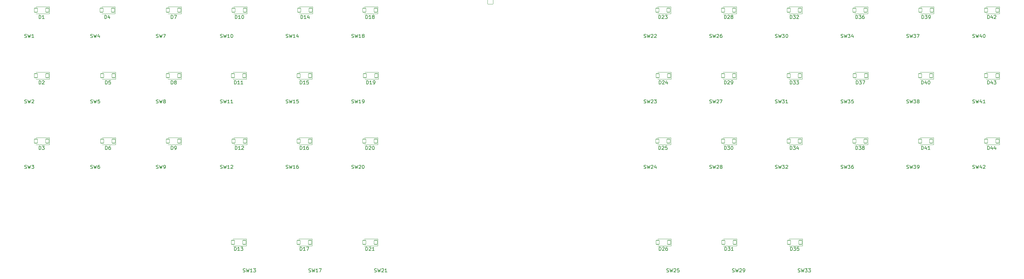
<source format=gto>
G04 #@! TF.GenerationSoftware,KiCad,Pcbnew,(6.0.7)*
G04 #@! TF.CreationDate,2022-10-12T10:08:01+02:00*
G04 #@! TF.ProjectId,cmdr_mainboard,636d6472-5f6d-4616-996e-626f6172642e,rev?*
G04 #@! TF.SameCoordinates,Original*
G04 #@! TF.FileFunction,Legend,Top*
G04 #@! TF.FilePolarity,Positive*
%FSLAX46Y46*%
G04 Gerber Fmt 4.6, Leading zero omitted, Abs format (unit mm)*
G04 Created by KiCad (PCBNEW (6.0.7)) date 2022-10-12 10:08:01*
%MOMM*%
%LPD*%
G01*
G04 APERTURE LIST*
G04 Aperture macros list*
%AMRoundRect*
0 Rectangle with rounded corners*
0 $1 Rounding radius*
0 $2 $3 $4 $5 $6 $7 $8 $9 X,Y pos of 4 corners*
0 Add a 4 corners polygon primitive as box body*
4,1,4,$2,$3,$4,$5,$6,$7,$8,$9,$2,$3,0*
0 Add four circle primitives for the rounded corners*
1,1,$1+$1,$2,$3*
1,1,$1+$1,$4,$5*
1,1,$1+$1,$6,$7*
1,1,$1+$1,$8,$9*
0 Add four rect primitives between the rounded corners*
20,1,$1+$1,$2,$3,$4,$5,0*
20,1,$1+$1,$4,$5,$6,$7,0*
20,1,$1+$1,$6,$7,$8,$9,0*
20,1,$1+$1,$8,$9,$2,$3,0*%
G04 Aperture macros list end*
%ADD10C,0.150000*%
%ADD11C,0.120000*%
%ADD12C,1.852000*%
%ADD13C,1.550000*%
%ADD14C,4.102000*%
%ADD15RoundRect,0.051000X0.450000X0.600000X-0.450000X0.600000X-0.450000X-0.600000X0.450000X-0.600000X0*%
%ADD16RoundRect,0.051000X-0.800000X0.800000X-0.800000X-0.800000X0.800000X-0.800000X0.800000X0.800000X0*%
%ADD17C,1.702000*%
%ADD18C,2.802000*%
%ADD19C,1.250000*%
%ADD20C,2.002000*%
%ADD21C,3.552000*%
G04 APERTURE END LIST*
D10*
X342473694Y-140007278D02*
X342616551Y-140054897D01*
X342854646Y-140054897D01*
X342949884Y-140007278D01*
X342997503Y-139959659D01*
X343045122Y-139864421D01*
X343045122Y-139769183D01*
X342997503Y-139673945D01*
X342949884Y-139626326D01*
X342854646Y-139578707D01*
X342664170Y-139531088D01*
X342568932Y-139483469D01*
X342521313Y-139435850D01*
X342473694Y-139340612D01*
X342473694Y-139245374D01*
X342521313Y-139150136D01*
X342568932Y-139102517D01*
X342664170Y-139054897D01*
X342902265Y-139054897D01*
X343045122Y-139102517D01*
X343378456Y-139054897D02*
X343616551Y-140054897D01*
X343807027Y-139340612D01*
X343997503Y-140054897D01*
X344235598Y-139054897D01*
X345045122Y-139388231D02*
X345045122Y-140054897D01*
X344807027Y-139007278D02*
X344568932Y-139721564D01*
X345187979Y-139721564D01*
X346092741Y-140054897D02*
X345521313Y-140054897D01*
X345807027Y-140054897D02*
X345807027Y-139054897D01*
X345711789Y-139197755D01*
X345616551Y-139292993D01*
X345521313Y-139340612D01*
X251515714Y-134532380D02*
X251515714Y-133532380D01*
X251753809Y-133532380D01*
X251896666Y-133580000D01*
X251991904Y-133675238D01*
X252039523Y-133770476D01*
X252087142Y-133960952D01*
X252087142Y-134103809D01*
X252039523Y-134294285D01*
X251991904Y-134389523D01*
X251896666Y-134484761D01*
X251753809Y-134532380D01*
X251515714Y-134532380D01*
X252468095Y-133627619D02*
X252515714Y-133580000D01*
X252610952Y-133532380D01*
X252849047Y-133532380D01*
X252944285Y-133580000D01*
X252991904Y-133627619D01*
X253039523Y-133722857D01*
X253039523Y-133818095D01*
X252991904Y-133960952D01*
X252420476Y-134532380D01*
X253039523Y-134532380D01*
X253896666Y-133865714D02*
X253896666Y-134532380D01*
X253658571Y-133484761D02*
X253420476Y-134199047D01*
X254039523Y-134199047D01*
X86623064Y-159057278D02*
X86765921Y-159104897D01*
X87004017Y-159104897D01*
X87099255Y-159057278D01*
X87146874Y-159009659D01*
X87194493Y-158914421D01*
X87194493Y-158819183D01*
X87146874Y-158723945D01*
X87099255Y-158676326D01*
X87004017Y-158628707D01*
X86813540Y-158581088D01*
X86718302Y-158533469D01*
X86670683Y-158485850D01*
X86623064Y-158390612D01*
X86623064Y-158295374D01*
X86670683Y-158200136D01*
X86718302Y-158152517D01*
X86813540Y-158104897D01*
X87051636Y-158104897D01*
X87194493Y-158152517D01*
X87527826Y-158104897D02*
X87765921Y-159104897D01*
X87956398Y-158390612D01*
X88146874Y-159104897D01*
X88384969Y-158104897D01*
X89194493Y-158104897D02*
X89004017Y-158104897D01*
X88908778Y-158152517D01*
X88861159Y-158200136D01*
X88765921Y-158342993D01*
X88718302Y-158533469D01*
X88718302Y-158914421D01*
X88765921Y-159009659D01*
X88813540Y-159057278D01*
X88908778Y-159104897D01*
X89099255Y-159104897D01*
X89194493Y-159057278D01*
X89242112Y-159009659D01*
X89289731Y-158914421D01*
X89289731Y-158676326D01*
X89242112Y-158581088D01*
X89194493Y-158533469D01*
X89099255Y-158485850D01*
X88908778Y-158485850D01*
X88813540Y-158533469D01*
X88765921Y-158581088D01*
X88718302Y-158676326D01*
X90701904Y-115482380D02*
X90701904Y-114482380D01*
X90940000Y-114482380D01*
X91082857Y-114530000D01*
X91178095Y-114625238D01*
X91225714Y-114720476D01*
X91273333Y-114910952D01*
X91273333Y-115053809D01*
X91225714Y-115244285D01*
X91178095Y-115339523D01*
X91082857Y-115434761D01*
X90940000Y-115482380D01*
X90701904Y-115482380D01*
X92130476Y-114815714D02*
X92130476Y-115482380D01*
X91892380Y-114434761D02*
X91654285Y-115149047D01*
X92273333Y-115149047D01*
X86623064Y-140007278D02*
X86765921Y-140054897D01*
X87004017Y-140054897D01*
X87099255Y-140007278D01*
X87146874Y-139959659D01*
X87194493Y-139864421D01*
X87194493Y-139769183D01*
X87146874Y-139673945D01*
X87099255Y-139626326D01*
X87004017Y-139578707D01*
X86813540Y-139531088D01*
X86718302Y-139483469D01*
X86670683Y-139435850D01*
X86623064Y-139340612D01*
X86623064Y-139245374D01*
X86670683Y-139150136D01*
X86718302Y-139102517D01*
X86813540Y-139054897D01*
X87051636Y-139054897D01*
X87194493Y-139102517D01*
X87527826Y-139054897D02*
X87765921Y-140054897D01*
X87956398Y-139340612D01*
X88146874Y-140054897D01*
X88384969Y-139054897D01*
X89242112Y-139054897D02*
X88765921Y-139054897D01*
X88718302Y-139531088D01*
X88765921Y-139483469D01*
X88861159Y-139435850D01*
X89099255Y-139435850D01*
X89194493Y-139483469D01*
X89242112Y-139531088D01*
X89289731Y-139626326D01*
X89289731Y-139864421D01*
X89242112Y-139959659D01*
X89194493Y-140007278D01*
X89099255Y-140054897D01*
X88861159Y-140054897D01*
X88765921Y-140007278D01*
X88718302Y-139959659D01*
X251402795Y-115482380D02*
X251402795Y-114482380D01*
X251640890Y-114482380D01*
X251783747Y-114530000D01*
X251878985Y-114625238D01*
X251926604Y-114720476D01*
X251974223Y-114910952D01*
X251974223Y-115053809D01*
X251926604Y-115244285D01*
X251878985Y-115339523D01*
X251783747Y-115434761D01*
X251640890Y-115482380D01*
X251402795Y-115482380D01*
X252355176Y-114577619D02*
X252402795Y-114530000D01*
X252498033Y-114482380D01*
X252736128Y-114482380D01*
X252831366Y-114530000D01*
X252878985Y-114577619D01*
X252926604Y-114672857D01*
X252926604Y-114768095D01*
X252878985Y-114910952D01*
X252307557Y-115482380D01*
X252926604Y-115482380D01*
X253259938Y-114482380D02*
X253878985Y-114482380D01*
X253545652Y-114863333D01*
X253688509Y-114863333D01*
X253783747Y-114910952D01*
X253831366Y-114958571D01*
X253878985Y-115053809D01*
X253878985Y-115291904D01*
X253831366Y-115387142D01*
X253783747Y-115434761D01*
X253688509Y-115482380D01*
X253402795Y-115482380D01*
X253307557Y-115434761D01*
X253259938Y-115387142D01*
X270452795Y-153582380D02*
X270452795Y-152582380D01*
X270690890Y-152582380D01*
X270833747Y-152630000D01*
X270928985Y-152725238D01*
X270976604Y-152820476D01*
X271024223Y-153010952D01*
X271024223Y-153153809D01*
X270976604Y-153344285D01*
X270928985Y-153439523D01*
X270833747Y-153534761D01*
X270690890Y-153582380D01*
X270452795Y-153582380D01*
X271357557Y-152582380D02*
X271976604Y-152582380D01*
X271643271Y-152963333D01*
X271786128Y-152963333D01*
X271881366Y-153010952D01*
X271928985Y-153058571D01*
X271976604Y-153153809D01*
X271976604Y-153391904D01*
X271928985Y-153487142D01*
X271881366Y-153534761D01*
X271786128Y-153582380D01*
X271500414Y-153582380D01*
X271405176Y-153534761D01*
X271357557Y-153487142D01*
X272595652Y-152582380D02*
X272690890Y-152582380D01*
X272786128Y-152630000D01*
X272833747Y-152677619D01*
X272881366Y-152772857D01*
X272928985Y-152963333D01*
X272928985Y-153201428D01*
X272881366Y-153391904D01*
X272833747Y-153487142D01*
X272786128Y-153534761D01*
X272690890Y-153582380D01*
X272595652Y-153582380D01*
X272500414Y-153534761D01*
X272452795Y-153487142D01*
X272405176Y-153391904D01*
X272357557Y-153201428D01*
X272357557Y-152963333D01*
X272405176Y-152772857D01*
X272452795Y-152677619D01*
X272500414Y-152630000D01*
X272595652Y-152582380D01*
X247110775Y-120957278D02*
X247253632Y-121004897D01*
X247491727Y-121004897D01*
X247586965Y-120957278D01*
X247634584Y-120909659D01*
X247682203Y-120814421D01*
X247682203Y-120719183D01*
X247634584Y-120623945D01*
X247586965Y-120576326D01*
X247491727Y-120528707D01*
X247301251Y-120481088D01*
X247206013Y-120433469D01*
X247158394Y-120385850D01*
X247110775Y-120290612D01*
X247110775Y-120195374D01*
X247158394Y-120100136D01*
X247206013Y-120052517D01*
X247301251Y-120004897D01*
X247539346Y-120004897D01*
X247682203Y-120052517D01*
X248015537Y-120004897D02*
X248253632Y-121004897D01*
X248444108Y-120290612D01*
X248634584Y-121004897D01*
X248872679Y-120004897D01*
X249206013Y-120100136D02*
X249253632Y-120052517D01*
X249348870Y-120004897D01*
X249586965Y-120004897D01*
X249682203Y-120052517D01*
X249729822Y-120100136D01*
X249777441Y-120195374D01*
X249777441Y-120290612D01*
X249729822Y-120433469D01*
X249158394Y-121004897D01*
X249777441Y-121004897D01*
X250158394Y-120100136D02*
X250206013Y-120052517D01*
X250301251Y-120004897D01*
X250539346Y-120004897D01*
X250634584Y-120052517D01*
X250682203Y-120100136D01*
X250729822Y-120195374D01*
X250729822Y-120290612D01*
X250682203Y-120433469D01*
X250110775Y-121004897D01*
X250729822Y-121004897D01*
X143296874Y-120957278D02*
X143439731Y-121004897D01*
X143677826Y-121004897D01*
X143773064Y-120957278D01*
X143820683Y-120909659D01*
X143868302Y-120814421D01*
X143868302Y-120719183D01*
X143820683Y-120623945D01*
X143773064Y-120576326D01*
X143677826Y-120528707D01*
X143487350Y-120481088D01*
X143392112Y-120433469D01*
X143344493Y-120385850D01*
X143296874Y-120290612D01*
X143296874Y-120195374D01*
X143344493Y-120100136D01*
X143392112Y-120052517D01*
X143487350Y-120004897D01*
X143725445Y-120004897D01*
X143868302Y-120052517D01*
X144201636Y-120004897D02*
X144439731Y-121004897D01*
X144630207Y-120290612D01*
X144820683Y-121004897D01*
X145058778Y-120004897D01*
X145963540Y-121004897D02*
X145392112Y-121004897D01*
X145677826Y-121004897D02*
X145677826Y-120004897D01*
X145582588Y-120147755D01*
X145487350Y-120242993D01*
X145392112Y-120290612D01*
X146820683Y-120338231D02*
X146820683Y-121004897D01*
X146582588Y-119957278D02*
X146344493Y-120671564D01*
X146963540Y-120671564D01*
X67486884Y-120957278D02*
X67629741Y-121004897D01*
X67867837Y-121004897D01*
X67963075Y-120957278D01*
X68010694Y-120909659D01*
X68058313Y-120814421D01*
X68058313Y-120719183D01*
X68010694Y-120623945D01*
X67963075Y-120576326D01*
X67867837Y-120528707D01*
X67677360Y-120481088D01*
X67582122Y-120433469D01*
X67534503Y-120385850D01*
X67486884Y-120290612D01*
X67486884Y-120195374D01*
X67534503Y-120100136D01*
X67582122Y-120052517D01*
X67677360Y-120004897D01*
X67915456Y-120004897D01*
X68058313Y-120052517D01*
X68391646Y-120004897D02*
X68629741Y-121004897D01*
X68820218Y-120290612D01*
X69010694Y-121004897D01*
X69248789Y-120004897D01*
X70153551Y-121004897D02*
X69582122Y-121004897D01*
X69867837Y-121004897D02*
X69867837Y-120004897D01*
X69772598Y-120147755D01*
X69677360Y-120242993D01*
X69582122Y-120290612D01*
X109965084Y-115482380D02*
X109965084Y-114482380D01*
X110203180Y-114482380D01*
X110346037Y-114530000D01*
X110441275Y-114625238D01*
X110488894Y-114720476D01*
X110536513Y-114910952D01*
X110536513Y-115053809D01*
X110488894Y-115244285D01*
X110441275Y-115339523D01*
X110346037Y-115434761D01*
X110203180Y-115482380D01*
X109965084Y-115482380D01*
X110869846Y-114482380D02*
X111536513Y-114482380D01*
X111107941Y-115482380D01*
X289615714Y-182951380D02*
X289615714Y-181951380D01*
X289853809Y-181951380D01*
X289996666Y-181999000D01*
X290091904Y-182094238D01*
X290139523Y-182189476D01*
X290187142Y-182379952D01*
X290187142Y-182522809D01*
X290139523Y-182713285D01*
X290091904Y-182808523D01*
X289996666Y-182903761D01*
X289853809Y-182951380D01*
X289615714Y-182951380D01*
X290520476Y-181951380D02*
X291139523Y-181951380D01*
X290806190Y-182332333D01*
X290949047Y-182332333D01*
X291044285Y-182379952D01*
X291091904Y-182427571D01*
X291139523Y-182522809D01*
X291139523Y-182760904D01*
X291091904Y-182856142D01*
X291044285Y-182903761D01*
X290949047Y-182951380D01*
X290663333Y-182951380D01*
X290568095Y-182903761D01*
X290520476Y-182856142D01*
X292044285Y-181951380D02*
X291568095Y-181951380D01*
X291520476Y-182427571D01*
X291568095Y-182379952D01*
X291663333Y-182332333D01*
X291901428Y-182332333D01*
X291996666Y-182379952D01*
X292044285Y-182427571D01*
X292091904Y-182522809D01*
X292091904Y-182760904D01*
X292044285Y-182856142D01*
X291996666Y-182903761D01*
X291901428Y-182951380D01*
X291663333Y-182951380D01*
X291568095Y-182903761D01*
X291520476Y-182856142D01*
X105673064Y-140007278D02*
X105815921Y-140054897D01*
X106054017Y-140054897D01*
X106149255Y-140007278D01*
X106196874Y-139959659D01*
X106244493Y-139864421D01*
X106244493Y-139769183D01*
X106196874Y-139673945D01*
X106149255Y-139626326D01*
X106054017Y-139578707D01*
X105863540Y-139531088D01*
X105768302Y-139483469D01*
X105720683Y-139435850D01*
X105673064Y-139340612D01*
X105673064Y-139245374D01*
X105720683Y-139150136D01*
X105768302Y-139102517D01*
X105863540Y-139054897D01*
X106101636Y-139054897D01*
X106244493Y-139102517D01*
X106577826Y-139054897D02*
X106815921Y-140054897D01*
X107006398Y-139340612D01*
X107196874Y-140054897D01*
X107434969Y-139054897D01*
X107958778Y-139483469D02*
X107863540Y-139435850D01*
X107815921Y-139388231D01*
X107768302Y-139292993D01*
X107768302Y-139245374D01*
X107815921Y-139150136D01*
X107863540Y-139102517D01*
X107958778Y-139054897D01*
X108149255Y-139054897D01*
X108244493Y-139102517D01*
X108292112Y-139150136D01*
X108339731Y-139245374D01*
X108339731Y-139292993D01*
X108292112Y-139388231D01*
X108244493Y-139435850D01*
X108149255Y-139483469D01*
X107958778Y-139483469D01*
X107863540Y-139531088D01*
X107815921Y-139578707D01*
X107768302Y-139673945D01*
X107768302Y-139864421D01*
X107815921Y-139959659D01*
X107863540Y-140007278D01*
X107958778Y-140054897D01*
X108149255Y-140054897D01*
X108244493Y-140007278D01*
X108292112Y-139959659D01*
X108339731Y-139864421D01*
X108339731Y-139673945D01*
X108292112Y-139578707D01*
X108244493Y-139531088D01*
X108149255Y-139483469D01*
X342473694Y-120957278D02*
X342616551Y-121004897D01*
X342854646Y-121004897D01*
X342949884Y-120957278D01*
X342997503Y-120909659D01*
X343045122Y-120814421D01*
X343045122Y-120719183D01*
X342997503Y-120623945D01*
X342949884Y-120576326D01*
X342854646Y-120528707D01*
X342664170Y-120481088D01*
X342568932Y-120433469D01*
X342521313Y-120385850D01*
X342473694Y-120290612D01*
X342473694Y-120195374D01*
X342521313Y-120100136D01*
X342568932Y-120052517D01*
X342664170Y-120004897D01*
X342902265Y-120004897D01*
X343045122Y-120052517D01*
X343378456Y-120004897D02*
X343616551Y-121004897D01*
X343807027Y-120290612D01*
X343997503Y-121004897D01*
X344235598Y-120004897D01*
X345045122Y-120338231D02*
X345045122Y-121004897D01*
X344807027Y-119957278D02*
X344568932Y-120671564D01*
X345187979Y-120671564D01*
X345759408Y-120004897D02*
X345854646Y-120004897D01*
X345949884Y-120052517D01*
X345997503Y-120100136D01*
X346045122Y-120195374D01*
X346092741Y-120385850D01*
X346092741Y-120623945D01*
X346045122Y-120814421D01*
X345997503Y-120909659D01*
X345949884Y-120957278D01*
X345854646Y-121004897D01*
X345759408Y-121004897D01*
X345664170Y-120957278D01*
X345616551Y-120909659D01*
X345568932Y-120814421D01*
X345521313Y-120623945D01*
X345521313Y-120385850D01*
X345568932Y-120195374D01*
X345616551Y-120100136D01*
X345664170Y-120052517D01*
X345759408Y-120004897D01*
X124246874Y-120957278D02*
X124389731Y-121004897D01*
X124627826Y-121004897D01*
X124723064Y-120957278D01*
X124770683Y-120909659D01*
X124818302Y-120814421D01*
X124818302Y-120719183D01*
X124770683Y-120623945D01*
X124723064Y-120576326D01*
X124627826Y-120528707D01*
X124437350Y-120481088D01*
X124342112Y-120433469D01*
X124294493Y-120385850D01*
X124246874Y-120290612D01*
X124246874Y-120195374D01*
X124294493Y-120100136D01*
X124342112Y-120052517D01*
X124437350Y-120004897D01*
X124675445Y-120004897D01*
X124818302Y-120052517D01*
X125151636Y-120004897D02*
X125389731Y-121004897D01*
X125580207Y-120290612D01*
X125770683Y-121004897D01*
X126008778Y-120004897D01*
X126913540Y-121004897D02*
X126342112Y-121004897D01*
X126627826Y-121004897D02*
X126627826Y-120004897D01*
X126532588Y-120147755D01*
X126437350Y-120242993D01*
X126342112Y-120290612D01*
X127532588Y-120004897D02*
X127627826Y-120004897D01*
X127723064Y-120052517D01*
X127770683Y-120100136D01*
X127818302Y-120195374D01*
X127865921Y-120385850D01*
X127865921Y-120623945D01*
X127818302Y-120814421D01*
X127770683Y-120909659D01*
X127723064Y-120957278D01*
X127627826Y-121004897D01*
X127532588Y-121004897D01*
X127437350Y-120957278D01*
X127389731Y-120909659D01*
X127342112Y-120814421D01*
X127294493Y-120623945D01*
X127294493Y-120385850D01*
X127342112Y-120195374D01*
X127389731Y-120100136D01*
X127437350Y-120052517D01*
X127532588Y-120004897D01*
X247110775Y-140007278D02*
X247253632Y-140054897D01*
X247491727Y-140054897D01*
X247586965Y-140007278D01*
X247634584Y-139959659D01*
X247682203Y-139864421D01*
X247682203Y-139769183D01*
X247634584Y-139673945D01*
X247586965Y-139626326D01*
X247491727Y-139578707D01*
X247301251Y-139531088D01*
X247206013Y-139483469D01*
X247158394Y-139435850D01*
X247110775Y-139340612D01*
X247110775Y-139245374D01*
X247158394Y-139150136D01*
X247206013Y-139102517D01*
X247301251Y-139054897D01*
X247539346Y-139054897D01*
X247682203Y-139102517D01*
X248015537Y-139054897D02*
X248253632Y-140054897D01*
X248444108Y-139340612D01*
X248634584Y-140054897D01*
X248872679Y-139054897D01*
X249206013Y-139150136D02*
X249253632Y-139102517D01*
X249348870Y-139054897D01*
X249586965Y-139054897D01*
X249682203Y-139102517D01*
X249729822Y-139150136D01*
X249777441Y-139245374D01*
X249777441Y-139340612D01*
X249729822Y-139483469D01*
X249158394Y-140054897D01*
X249777441Y-140054897D01*
X250110775Y-139054897D02*
X250729822Y-139054897D01*
X250396489Y-139435850D01*
X250539346Y-139435850D01*
X250634584Y-139483469D01*
X250682203Y-139531088D01*
X250729822Y-139626326D01*
X250729822Y-139864421D01*
X250682203Y-139959659D01*
X250634584Y-140007278D01*
X250539346Y-140054897D01*
X250253632Y-140054897D01*
X250158394Y-140007278D01*
X250110775Y-139959659D01*
X71651904Y-115482380D02*
X71651904Y-114482380D01*
X71890000Y-114482380D01*
X72032857Y-114530000D01*
X72128095Y-114625238D01*
X72175714Y-114720476D01*
X72223333Y-114910952D01*
X72223333Y-115053809D01*
X72175714Y-115244285D01*
X72128095Y-115339523D01*
X72032857Y-115434761D01*
X71890000Y-115482380D01*
X71651904Y-115482380D01*
X73175714Y-115482380D02*
X72604285Y-115482380D01*
X72890000Y-115482380D02*
X72890000Y-114482380D01*
X72794761Y-114625238D01*
X72699523Y-114720476D01*
X72604285Y-114768095D01*
X270565714Y-182951380D02*
X270565714Y-181951380D01*
X270803809Y-181951380D01*
X270946666Y-181999000D01*
X271041904Y-182094238D01*
X271089523Y-182189476D01*
X271137142Y-182379952D01*
X271137142Y-182522809D01*
X271089523Y-182713285D01*
X271041904Y-182808523D01*
X270946666Y-182903761D01*
X270803809Y-182951380D01*
X270565714Y-182951380D01*
X271470476Y-181951380D02*
X272089523Y-181951380D01*
X271756190Y-182332333D01*
X271899047Y-182332333D01*
X271994285Y-182379952D01*
X272041904Y-182427571D01*
X272089523Y-182522809D01*
X272089523Y-182760904D01*
X272041904Y-182856142D01*
X271994285Y-182903761D01*
X271899047Y-182951380D01*
X271613333Y-182951380D01*
X271518095Y-182903761D01*
X271470476Y-182856142D01*
X273041904Y-182951380D02*
X272470476Y-182951380D01*
X272756190Y-182951380D02*
X272756190Y-181951380D01*
X272660952Y-182094238D01*
X272565714Y-182189476D01*
X272470476Y-182237095D01*
X128538894Y-153582380D02*
X128538894Y-152582380D01*
X128776989Y-152582380D01*
X128919846Y-152630000D01*
X129015084Y-152725238D01*
X129062703Y-152820476D01*
X129110322Y-153010952D01*
X129110322Y-153153809D01*
X129062703Y-153344285D01*
X129015084Y-153439523D01*
X128919846Y-153534761D01*
X128776989Y-153582380D01*
X128538894Y-153582380D01*
X130062703Y-153582380D02*
X129491275Y-153582380D01*
X129776989Y-153582380D02*
X129776989Y-152582380D01*
X129681751Y-152725238D01*
X129586513Y-152820476D01*
X129491275Y-152868095D01*
X130443656Y-152677619D02*
X130491275Y-152630000D01*
X130586513Y-152582380D01*
X130824608Y-152582380D01*
X130919846Y-152630000D01*
X130967465Y-152677619D01*
X131015084Y-152772857D01*
X131015084Y-152868095D01*
X130967465Y-153010952D01*
X130396037Y-153582380D01*
X131015084Y-153582380D01*
X162346874Y-120957278D02*
X162489731Y-121004897D01*
X162727826Y-121004897D01*
X162823064Y-120957278D01*
X162870683Y-120909659D01*
X162918302Y-120814421D01*
X162918302Y-120719183D01*
X162870683Y-120623945D01*
X162823064Y-120576326D01*
X162727826Y-120528707D01*
X162537350Y-120481088D01*
X162442112Y-120433469D01*
X162394493Y-120385850D01*
X162346874Y-120290612D01*
X162346874Y-120195374D01*
X162394493Y-120100136D01*
X162442112Y-120052517D01*
X162537350Y-120004897D01*
X162775445Y-120004897D01*
X162918302Y-120052517D01*
X163251636Y-120004897D02*
X163489731Y-121004897D01*
X163680207Y-120290612D01*
X163870683Y-121004897D01*
X164108778Y-120004897D01*
X165013540Y-121004897D02*
X164442112Y-121004897D01*
X164727826Y-121004897D02*
X164727826Y-120004897D01*
X164632588Y-120147755D01*
X164537350Y-120242993D01*
X164442112Y-120290612D01*
X165584969Y-120433469D02*
X165489731Y-120385850D01*
X165442112Y-120338231D01*
X165394493Y-120242993D01*
X165394493Y-120195374D01*
X165442112Y-120100136D01*
X165489731Y-120052517D01*
X165584969Y-120004897D01*
X165775445Y-120004897D01*
X165870683Y-120052517D01*
X165918302Y-120100136D01*
X165965921Y-120195374D01*
X165965921Y-120242993D01*
X165918302Y-120338231D01*
X165870683Y-120385850D01*
X165775445Y-120433469D01*
X165584969Y-120433469D01*
X165489731Y-120481088D01*
X165442112Y-120528707D01*
X165394493Y-120623945D01*
X165394493Y-120814421D01*
X165442112Y-120909659D01*
X165489731Y-120957278D01*
X165584969Y-121004897D01*
X165775445Y-121004897D01*
X165870683Y-120957278D01*
X165918302Y-120909659D01*
X165965921Y-120814421D01*
X165965921Y-120623945D01*
X165918302Y-120528707D01*
X165870683Y-120481088D01*
X165775445Y-120433469D01*
X323310775Y-120957278D02*
X323453632Y-121004897D01*
X323691727Y-121004897D01*
X323786965Y-120957278D01*
X323834584Y-120909659D01*
X323882203Y-120814421D01*
X323882203Y-120719183D01*
X323834584Y-120623945D01*
X323786965Y-120576326D01*
X323691727Y-120528707D01*
X323501251Y-120481088D01*
X323406013Y-120433469D01*
X323358394Y-120385850D01*
X323310775Y-120290612D01*
X323310775Y-120195374D01*
X323358394Y-120100136D01*
X323406013Y-120052517D01*
X323501251Y-120004897D01*
X323739346Y-120004897D01*
X323882203Y-120052517D01*
X324215537Y-120004897D02*
X324453632Y-121004897D01*
X324644108Y-120290612D01*
X324834584Y-121004897D01*
X325072679Y-120004897D01*
X325358394Y-120004897D02*
X325977441Y-120004897D01*
X325644108Y-120385850D01*
X325786965Y-120385850D01*
X325882203Y-120433469D01*
X325929822Y-120481088D01*
X325977441Y-120576326D01*
X325977441Y-120814421D01*
X325929822Y-120909659D01*
X325882203Y-120957278D01*
X325786965Y-121004897D01*
X325501251Y-121004897D01*
X325406013Y-120957278D01*
X325358394Y-120909659D01*
X326310775Y-120004897D02*
X326977441Y-120004897D01*
X326548870Y-121004897D01*
X291815619Y-189184751D02*
X291958476Y-189232370D01*
X292196571Y-189232370D01*
X292291809Y-189184751D01*
X292339428Y-189137132D01*
X292387047Y-189041894D01*
X292387047Y-188946656D01*
X292339428Y-188851418D01*
X292291809Y-188803799D01*
X292196571Y-188756180D01*
X292006095Y-188708561D01*
X291910857Y-188660942D01*
X291863238Y-188613323D01*
X291815619Y-188518085D01*
X291815619Y-188422847D01*
X291863238Y-188327609D01*
X291910857Y-188279990D01*
X292006095Y-188232370D01*
X292244190Y-188232370D01*
X292387047Y-188279990D01*
X292720381Y-188232370D02*
X292958476Y-189232370D01*
X293148952Y-188518085D01*
X293339428Y-189232370D01*
X293577523Y-188232370D01*
X293863238Y-188232370D02*
X294482285Y-188232370D01*
X294148952Y-188613323D01*
X294291809Y-188613323D01*
X294387047Y-188660942D01*
X294434666Y-188708561D01*
X294482285Y-188803799D01*
X294482285Y-189041894D01*
X294434666Y-189137132D01*
X294387047Y-189184751D01*
X294291809Y-189232370D01*
X294006095Y-189232370D01*
X293910857Y-189184751D01*
X293863238Y-189137132D01*
X294815619Y-188232370D02*
X295434666Y-188232370D01*
X295101333Y-188613323D01*
X295244190Y-188613323D01*
X295339428Y-188660942D01*
X295387047Y-188708561D01*
X295434666Y-188803799D01*
X295434666Y-189041894D01*
X295387047Y-189137132D01*
X295339428Y-189184751D01*
X295244190Y-189232370D01*
X294958476Y-189232370D01*
X294863238Y-189184751D01*
X294815619Y-189137132D01*
X128325714Y-134532380D02*
X128325714Y-133532380D01*
X128563809Y-133532380D01*
X128706666Y-133580000D01*
X128801904Y-133675238D01*
X128849523Y-133770476D01*
X128897142Y-133960952D01*
X128897142Y-134103809D01*
X128849523Y-134294285D01*
X128801904Y-134389523D01*
X128706666Y-134484761D01*
X128563809Y-134532380D01*
X128325714Y-134532380D01*
X129849523Y-134532380D02*
X129278095Y-134532380D01*
X129563809Y-134532380D02*
X129563809Y-133532380D01*
X129468571Y-133675238D01*
X129373333Y-133770476D01*
X129278095Y-133818095D01*
X130801904Y-134532380D02*
X130230476Y-134532380D01*
X130516190Y-134532380D02*
X130516190Y-133532380D01*
X130420952Y-133675238D01*
X130325714Y-133770476D01*
X130230476Y-133818095D01*
X285210775Y-140007278D02*
X285353632Y-140054897D01*
X285591727Y-140054897D01*
X285686965Y-140007278D01*
X285734584Y-139959659D01*
X285782203Y-139864421D01*
X285782203Y-139769183D01*
X285734584Y-139673945D01*
X285686965Y-139626326D01*
X285591727Y-139578707D01*
X285401251Y-139531088D01*
X285306013Y-139483469D01*
X285258394Y-139435850D01*
X285210775Y-139340612D01*
X285210775Y-139245374D01*
X285258394Y-139150136D01*
X285306013Y-139102517D01*
X285401251Y-139054897D01*
X285639346Y-139054897D01*
X285782203Y-139102517D01*
X286115537Y-139054897D02*
X286353632Y-140054897D01*
X286544108Y-139340612D01*
X286734584Y-140054897D01*
X286972679Y-139054897D01*
X287258394Y-139054897D02*
X287877441Y-139054897D01*
X287544108Y-139435850D01*
X287686965Y-139435850D01*
X287782203Y-139483469D01*
X287829822Y-139531088D01*
X287877441Y-139626326D01*
X287877441Y-139864421D01*
X287829822Y-139959659D01*
X287782203Y-140007278D01*
X287686965Y-140054897D01*
X287401251Y-140054897D01*
X287306013Y-140007278D01*
X287258394Y-139959659D01*
X288829822Y-140054897D02*
X288258394Y-140054897D01*
X288544108Y-140054897D02*
X288544108Y-139054897D01*
X288448870Y-139197755D01*
X288353632Y-139292993D01*
X288258394Y-139340612D01*
X285210775Y-120957278D02*
X285353632Y-121004897D01*
X285591727Y-121004897D01*
X285686965Y-120957278D01*
X285734584Y-120909659D01*
X285782203Y-120814421D01*
X285782203Y-120719183D01*
X285734584Y-120623945D01*
X285686965Y-120576326D01*
X285591727Y-120528707D01*
X285401251Y-120481088D01*
X285306013Y-120433469D01*
X285258394Y-120385850D01*
X285210775Y-120290612D01*
X285210775Y-120195374D01*
X285258394Y-120100136D01*
X285306013Y-120052517D01*
X285401251Y-120004897D01*
X285639346Y-120004897D01*
X285782203Y-120052517D01*
X286115537Y-120004897D02*
X286353632Y-121004897D01*
X286544108Y-120290612D01*
X286734584Y-121004897D01*
X286972679Y-120004897D01*
X287258394Y-120004897D02*
X287877441Y-120004897D01*
X287544108Y-120385850D01*
X287686965Y-120385850D01*
X287782203Y-120433469D01*
X287829822Y-120481088D01*
X287877441Y-120576326D01*
X287877441Y-120814421D01*
X287829822Y-120909659D01*
X287782203Y-120957278D01*
X287686965Y-121004897D01*
X287401251Y-121004897D01*
X287306013Y-120957278D01*
X287258394Y-120909659D01*
X288496489Y-120004897D02*
X288591727Y-120004897D01*
X288686965Y-120052517D01*
X288734584Y-120100136D01*
X288782203Y-120195374D01*
X288829822Y-120385850D01*
X288829822Y-120623945D01*
X288782203Y-120814421D01*
X288734584Y-120909659D01*
X288686965Y-120957278D01*
X288591727Y-121004897D01*
X288496489Y-121004897D01*
X288401251Y-120957278D01*
X288353632Y-120909659D01*
X288306013Y-120814421D01*
X288258394Y-120623945D01*
X288258394Y-120385850D01*
X288306013Y-120195374D01*
X288353632Y-120100136D01*
X288401251Y-120052517D01*
X288496489Y-120004897D01*
X128325714Y-182951380D02*
X128325714Y-181951380D01*
X128563809Y-181951380D01*
X128706666Y-181999000D01*
X128801904Y-182094238D01*
X128849523Y-182189476D01*
X128897142Y-182379952D01*
X128897142Y-182522809D01*
X128849523Y-182713285D01*
X128801904Y-182808523D01*
X128706666Y-182903761D01*
X128563809Y-182951380D01*
X128325714Y-182951380D01*
X129849523Y-182951380D02*
X129278095Y-182951380D01*
X129563809Y-182951380D02*
X129563809Y-181951380D01*
X129468571Y-182094238D01*
X129373333Y-182189476D01*
X129278095Y-182237095D01*
X130182857Y-181951380D02*
X130801904Y-181951380D01*
X130468571Y-182332333D01*
X130611428Y-182332333D01*
X130706666Y-182379952D01*
X130754285Y-182427571D01*
X130801904Y-182522809D01*
X130801904Y-182760904D01*
X130754285Y-182856142D01*
X130706666Y-182903761D01*
X130611428Y-182951380D01*
X130325714Y-182951380D01*
X130230476Y-182903761D01*
X130182857Y-182856142D01*
X308552795Y-153582380D02*
X308552795Y-152582380D01*
X308790890Y-152582380D01*
X308933747Y-152630000D01*
X309028985Y-152725238D01*
X309076604Y-152820476D01*
X309124223Y-153010952D01*
X309124223Y-153153809D01*
X309076604Y-153344285D01*
X309028985Y-153439523D01*
X308933747Y-153534761D01*
X308790890Y-153582380D01*
X308552795Y-153582380D01*
X309457557Y-152582380D02*
X310076604Y-152582380D01*
X309743271Y-152963333D01*
X309886128Y-152963333D01*
X309981366Y-153010952D01*
X310028985Y-153058571D01*
X310076604Y-153153809D01*
X310076604Y-153391904D01*
X310028985Y-153487142D01*
X309981366Y-153534761D01*
X309886128Y-153582380D01*
X309600414Y-153582380D01*
X309505176Y-153534761D01*
X309457557Y-153487142D01*
X310648033Y-153010952D02*
X310552795Y-152963333D01*
X310505176Y-152915714D01*
X310457557Y-152820476D01*
X310457557Y-152772857D01*
X310505176Y-152677619D01*
X310552795Y-152630000D01*
X310648033Y-152582380D01*
X310838509Y-152582380D01*
X310933747Y-152630000D01*
X310981366Y-152677619D01*
X311028985Y-152772857D01*
X311028985Y-152820476D01*
X310981366Y-152915714D01*
X310933747Y-152963333D01*
X310838509Y-153010952D01*
X310648033Y-153010952D01*
X310552795Y-153058571D01*
X310505176Y-153106190D01*
X310457557Y-153201428D01*
X310457557Y-153391904D01*
X310505176Y-153487142D01*
X310552795Y-153534761D01*
X310648033Y-153582380D01*
X310838509Y-153582380D01*
X310933747Y-153534761D01*
X310981366Y-153487142D01*
X311028985Y-153391904D01*
X311028985Y-153201428D01*
X310981366Y-153106190D01*
X310933747Y-153058571D01*
X310838509Y-153010952D01*
X105673064Y-120957278D02*
X105815921Y-121004897D01*
X106054017Y-121004897D01*
X106149255Y-120957278D01*
X106196874Y-120909659D01*
X106244493Y-120814421D01*
X106244493Y-120719183D01*
X106196874Y-120623945D01*
X106149255Y-120576326D01*
X106054017Y-120528707D01*
X105863540Y-120481088D01*
X105768302Y-120433469D01*
X105720683Y-120385850D01*
X105673064Y-120290612D01*
X105673064Y-120195374D01*
X105720683Y-120100136D01*
X105768302Y-120052517D01*
X105863540Y-120004897D01*
X106101636Y-120004897D01*
X106244493Y-120052517D01*
X106577826Y-120004897D02*
X106815921Y-121004897D01*
X107006398Y-120290612D01*
X107196874Y-121004897D01*
X107434969Y-120004897D01*
X107720683Y-120004897D02*
X108387350Y-120004897D01*
X107958778Y-121004897D01*
X251402795Y-153582380D02*
X251402795Y-152582380D01*
X251640890Y-152582380D01*
X251783747Y-152630000D01*
X251878985Y-152725238D01*
X251926604Y-152820476D01*
X251974223Y-153010952D01*
X251974223Y-153153809D01*
X251926604Y-153344285D01*
X251878985Y-153439523D01*
X251783747Y-153534761D01*
X251640890Y-153582380D01*
X251402795Y-153582380D01*
X252355176Y-152677619D02*
X252402795Y-152630000D01*
X252498033Y-152582380D01*
X252736128Y-152582380D01*
X252831366Y-152630000D01*
X252878985Y-152677619D01*
X252926604Y-152772857D01*
X252926604Y-152868095D01*
X252878985Y-153010952D01*
X252307557Y-153582380D01*
X252926604Y-153582380D01*
X253831366Y-152582380D02*
X253355176Y-152582380D01*
X253307557Y-153058571D01*
X253355176Y-153010952D01*
X253450414Y-152963333D01*
X253688509Y-152963333D01*
X253783747Y-153010952D01*
X253831366Y-153058571D01*
X253878985Y-153153809D01*
X253878985Y-153391904D01*
X253831366Y-153487142D01*
X253783747Y-153534761D01*
X253688509Y-153582380D01*
X253450414Y-153582380D01*
X253355176Y-153534761D01*
X253307557Y-153487142D01*
X270452795Y-134532380D02*
X270452795Y-133532380D01*
X270690890Y-133532380D01*
X270833747Y-133580000D01*
X270928985Y-133675238D01*
X270976604Y-133770476D01*
X271024223Y-133960952D01*
X271024223Y-134103809D01*
X270976604Y-134294285D01*
X270928985Y-134389523D01*
X270833747Y-134484761D01*
X270690890Y-134532380D01*
X270452795Y-134532380D01*
X271405176Y-133627619D02*
X271452795Y-133580000D01*
X271548033Y-133532380D01*
X271786128Y-133532380D01*
X271881366Y-133580000D01*
X271928985Y-133627619D01*
X271976604Y-133722857D01*
X271976604Y-133818095D01*
X271928985Y-133960952D01*
X271357557Y-134532380D01*
X271976604Y-134532380D01*
X272452795Y-134532380D02*
X272643271Y-134532380D01*
X272738509Y-134484761D01*
X272786128Y-134437142D01*
X272881366Y-134294285D01*
X272928985Y-134103809D01*
X272928985Y-133722857D01*
X272881366Y-133627619D01*
X272833747Y-133580000D01*
X272738509Y-133532380D01*
X272548033Y-133532380D01*
X272452795Y-133580000D01*
X272405176Y-133627619D01*
X272357557Y-133722857D01*
X272357557Y-133960952D01*
X272405176Y-134056190D01*
X272452795Y-134103809D01*
X272548033Y-134151428D01*
X272738509Y-134151428D01*
X272833747Y-134103809D01*
X272881366Y-134056190D01*
X272928985Y-133960952D01*
X166638894Y-134532380D02*
X166638894Y-133532380D01*
X166876989Y-133532380D01*
X167019846Y-133580000D01*
X167115084Y-133675238D01*
X167162703Y-133770476D01*
X167210322Y-133960952D01*
X167210322Y-134103809D01*
X167162703Y-134294285D01*
X167115084Y-134389523D01*
X167019846Y-134484761D01*
X166876989Y-134532380D01*
X166638894Y-134532380D01*
X168162703Y-134532380D02*
X167591275Y-134532380D01*
X167876989Y-134532380D02*
X167876989Y-133532380D01*
X167781751Y-133675238D01*
X167686513Y-133770476D01*
X167591275Y-133818095D01*
X168638894Y-134532380D02*
X168829370Y-134532380D01*
X168924608Y-134484761D01*
X168972227Y-134437142D01*
X169067465Y-134294285D01*
X169115084Y-134103809D01*
X169115084Y-133722857D01*
X169067465Y-133627619D01*
X169019846Y-133580000D01*
X168924608Y-133532380D01*
X168734132Y-133532380D01*
X168638894Y-133580000D01*
X168591275Y-133627619D01*
X168543656Y-133722857D01*
X168543656Y-133960952D01*
X168591275Y-134056190D01*
X168638894Y-134103809D01*
X168734132Y-134151428D01*
X168924608Y-134151428D01*
X169019846Y-134103809D01*
X169067465Y-134056190D01*
X169115084Y-133960952D01*
X90915084Y-153582380D02*
X90915084Y-152582380D01*
X91153180Y-152582380D01*
X91296037Y-152630000D01*
X91391275Y-152725238D01*
X91438894Y-152820476D01*
X91486513Y-153010952D01*
X91486513Y-153153809D01*
X91438894Y-153344285D01*
X91391275Y-153439523D01*
X91296037Y-153534761D01*
X91153180Y-153582380D01*
X90915084Y-153582380D01*
X92343656Y-152582380D02*
X92153180Y-152582380D01*
X92057941Y-152630000D01*
X92010322Y-152677619D01*
X91915084Y-152820476D01*
X91867465Y-153010952D01*
X91867465Y-153391904D01*
X91915084Y-153487142D01*
X91962703Y-153534761D01*
X92057941Y-153582380D01*
X92248418Y-153582380D01*
X92343656Y-153534761D01*
X92391275Y-153487142D01*
X92438894Y-153391904D01*
X92438894Y-153153809D01*
X92391275Y-153058571D01*
X92343656Y-153010952D01*
X92248418Y-152963333D01*
X92057941Y-152963333D01*
X91962703Y-153010952D01*
X91915084Y-153058571D01*
X91867465Y-153153809D01*
X346765714Y-153582380D02*
X346765714Y-152582380D01*
X347003809Y-152582380D01*
X347146666Y-152630000D01*
X347241904Y-152725238D01*
X347289523Y-152820476D01*
X347337142Y-153010952D01*
X347337142Y-153153809D01*
X347289523Y-153344285D01*
X347241904Y-153439523D01*
X347146666Y-153534761D01*
X347003809Y-153582380D01*
X346765714Y-153582380D01*
X348194285Y-152915714D02*
X348194285Y-153582380D01*
X347956190Y-152534761D02*
X347718095Y-153249047D01*
X348337142Y-153249047D01*
X349146666Y-152915714D02*
X349146666Y-153582380D01*
X348908571Y-152534761D02*
X348670476Y-153249047D01*
X349289523Y-153249047D01*
X166425714Y-182951380D02*
X166425714Y-181951380D01*
X166663809Y-181951380D01*
X166806666Y-181999000D01*
X166901904Y-182094238D01*
X166949523Y-182189476D01*
X166997142Y-182379952D01*
X166997142Y-182522809D01*
X166949523Y-182713285D01*
X166901904Y-182808523D01*
X166806666Y-182903761D01*
X166663809Y-182951380D01*
X166425714Y-182951380D01*
X167378095Y-182046619D02*
X167425714Y-181999000D01*
X167520952Y-181951380D01*
X167759047Y-181951380D01*
X167854285Y-181999000D01*
X167901904Y-182046619D01*
X167949523Y-182141857D01*
X167949523Y-182237095D01*
X167901904Y-182379952D01*
X167330476Y-182951380D01*
X167949523Y-182951380D01*
X168901904Y-182951380D02*
X168330476Y-182951380D01*
X168616190Y-182951380D02*
X168616190Y-181951380D01*
X168520952Y-182094238D01*
X168425714Y-182189476D01*
X168330476Y-182237095D01*
X323310775Y-140007278D02*
X323453632Y-140054897D01*
X323691727Y-140054897D01*
X323786965Y-140007278D01*
X323834584Y-139959659D01*
X323882203Y-139864421D01*
X323882203Y-139769183D01*
X323834584Y-139673945D01*
X323786965Y-139626326D01*
X323691727Y-139578707D01*
X323501251Y-139531088D01*
X323406013Y-139483469D01*
X323358394Y-139435850D01*
X323310775Y-139340612D01*
X323310775Y-139245374D01*
X323358394Y-139150136D01*
X323406013Y-139102517D01*
X323501251Y-139054897D01*
X323739346Y-139054897D01*
X323882203Y-139102517D01*
X324215537Y-139054897D02*
X324453632Y-140054897D01*
X324644108Y-139340612D01*
X324834584Y-140054897D01*
X325072679Y-139054897D01*
X325358394Y-139054897D02*
X325977441Y-139054897D01*
X325644108Y-139435850D01*
X325786965Y-139435850D01*
X325882203Y-139483469D01*
X325929822Y-139531088D01*
X325977441Y-139626326D01*
X325977441Y-139864421D01*
X325929822Y-139959659D01*
X325882203Y-140007278D01*
X325786965Y-140054897D01*
X325501251Y-140054897D01*
X325406013Y-140007278D01*
X325358394Y-139959659D01*
X326548870Y-139483469D02*
X326453632Y-139435850D01*
X326406013Y-139388231D01*
X326358394Y-139292993D01*
X326358394Y-139245374D01*
X326406013Y-139150136D01*
X326453632Y-139102517D01*
X326548870Y-139054897D01*
X326739346Y-139054897D01*
X326834584Y-139102517D01*
X326882203Y-139150136D01*
X326929822Y-139245374D01*
X326929822Y-139292993D01*
X326882203Y-139388231D01*
X326834584Y-139435850D01*
X326739346Y-139483469D01*
X326548870Y-139483469D01*
X326453632Y-139531088D01*
X326406013Y-139578707D01*
X326358394Y-139673945D01*
X326358394Y-139864421D01*
X326406013Y-139959659D01*
X326453632Y-140007278D01*
X326548870Y-140054897D01*
X326739346Y-140054897D01*
X326834584Y-140007278D01*
X326882203Y-139959659D01*
X326929822Y-139864421D01*
X326929822Y-139673945D01*
X326882203Y-139578707D01*
X326834584Y-139531088D01*
X326739346Y-139483469D01*
X109965084Y-153582380D02*
X109965084Y-152582380D01*
X110203180Y-152582380D01*
X110346037Y-152630000D01*
X110441275Y-152725238D01*
X110488894Y-152820476D01*
X110536513Y-153010952D01*
X110536513Y-153153809D01*
X110488894Y-153344285D01*
X110441275Y-153439523D01*
X110346037Y-153534761D01*
X110203180Y-153582380D01*
X109965084Y-153582380D01*
X111012703Y-153582380D02*
X111203180Y-153582380D01*
X111298418Y-153534761D01*
X111346037Y-153487142D01*
X111441275Y-153344285D01*
X111488894Y-153153809D01*
X111488894Y-152772857D01*
X111441275Y-152677619D01*
X111393656Y-152630000D01*
X111298418Y-152582380D01*
X111107941Y-152582380D01*
X111012703Y-152630000D01*
X110965084Y-152677619D01*
X110917465Y-152772857D01*
X110917465Y-153010952D01*
X110965084Y-153106190D01*
X111012703Y-153153809D01*
X111107941Y-153201428D01*
X111298418Y-153201428D01*
X111393656Y-153153809D01*
X111441275Y-153106190D01*
X111488894Y-153010952D01*
X71651904Y-134532380D02*
X71651904Y-133532380D01*
X71890000Y-133532380D01*
X72032857Y-133580000D01*
X72128095Y-133675238D01*
X72175714Y-133770476D01*
X72223333Y-133960952D01*
X72223333Y-134103809D01*
X72175714Y-134294285D01*
X72128095Y-134389523D01*
X72032857Y-134484761D01*
X71890000Y-134532380D01*
X71651904Y-134532380D01*
X72604285Y-133627619D02*
X72651904Y-133580000D01*
X72747142Y-133532380D01*
X72985238Y-133532380D01*
X73080476Y-133580000D01*
X73128095Y-133627619D01*
X73175714Y-133722857D01*
X73175714Y-133818095D01*
X73128095Y-133960952D01*
X72556666Y-134532380D01*
X73175714Y-134532380D01*
X289502795Y-115482380D02*
X289502795Y-114482380D01*
X289740890Y-114482380D01*
X289883747Y-114530000D01*
X289978985Y-114625238D01*
X290026604Y-114720476D01*
X290074223Y-114910952D01*
X290074223Y-115053809D01*
X290026604Y-115244285D01*
X289978985Y-115339523D01*
X289883747Y-115434761D01*
X289740890Y-115482380D01*
X289502795Y-115482380D01*
X290407557Y-114482380D02*
X291026604Y-114482380D01*
X290693271Y-114863333D01*
X290836128Y-114863333D01*
X290931366Y-114910952D01*
X290978985Y-114958571D01*
X291026604Y-115053809D01*
X291026604Y-115291904D01*
X290978985Y-115387142D01*
X290931366Y-115434761D01*
X290836128Y-115482380D01*
X290550414Y-115482380D01*
X290455176Y-115434761D01*
X290407557Y-115387142D01*
X291407557Y-114577619D02*
X291455176Y-114530000D01*
X291550414Y-114482380D01*
X291788509Y-114482380D01*
X291883747Y-114530000D01*
X291931366Y-114577619D01*
X291978985Y-114672857D01*
X291978985Y-114768095D01*
X291931366Y-114910952D01*
X291359938Y-115482380D01*
X291978985Y-115482380D01*
X266160775Y-159057278D02*
X266303632Y-159104897D01*
X266541727Y-159104897D01*
X266636965Y-159057278D01*
X266684584Y-159009659D01*
X266732203Y-158914421D01*
X266732203Y-158819183D01*
X266684584Y-158723945D01*
X266636965Y-158676326D01*
X266541727Y-158628707D01*
X266351251Y-158581088D01*
X266256013Y-158533469D01*
X266208394Y-158485850D01*
X266160775Y-158390612D01*
X266160775Y-158295374D01*
X266208394Y-158200136D01*
X266256013Y-158152517D01*
X266351251Y-158104897D01*
X266589346Y-158104897D01*
X266732203Y-158152517D01*
X267065537Y-158104897D02*
X267303632Y-159104897D01*
X267494108Y-158390612D01*
X267684584Y-159104897D01*
X267922679Y-158104897D01*
X268256013Y-158200136D02*
X268303632Y-158152517D01*
X268398870Y-158104897D01*
X268636965Y-158104897D01*
X268732203Y-158152517D01*
X268779822Y-158200136D01*
X268827441Y-158295374D01*
X268827441Y-158390612D01*
X268779822Y-158533469D01*
X268208394Y-159104897D01*
X268827441Y-159104897D01*
X269398870Y-158533469D02*
X269303632Y-158485850D01*
X269256013Y-158438231D01*
X269208394Y-158342993D01*
X269208394Y-158295374D01*
X269256013Y-158200136D01*
X269303632Y-158152517D01*
X269398870Y-158104897D01*
X269589346Y-158104897D01*
X269684584Y-158152517D01*
X269732203Y-158200136D01*
X269779822Y-158295374D01*
X269779822Y-158342993D01*
X269732203Y-158438231D01*
X269684584Y-158485850D01*
X269589346Y-158533469D01*
X269398870Y-158533469D01*
X269303632Y-158581088D01*
X269256013Y-158628707D01*
X269208394Y-158723945D01*
X269208394Y-158914421D01*
X269256013Y-159009659D01*
X269303632Y-159057278D01*
X269398870Y-159104897D01*
X269589346Y-159104897D01*
X269684584Y-159057278D01*
X269732203Y-159009659D01*
X269779822Y-158914421D01*
X269779822Y-158723945D01*
X269732203Y-158628707D01*
X269684584Y-158581088D01*
X269589346Y-158533469D01*
X143296874Y-140007278D02*
X143439731Y-140054897D01*
X143677826Y-140054897D01*
X143773064Y-140007278D01*
X143820683Y-139959659D01*
X143868302Y-139864421D01*
X143868302Y-139769183D01*
X143820683Y-139673945D01*
X143773064Y-139626326D01*
X143677826Y-139578707D01*
X143487350Y-139531088D01*
X143392112Y-139483469D01*
X143344493Y-139435850D01*
X143296874Y-139340612D01*
X143296874Y-139245374D01*
X143344493Y-139150136D01*
X143392112Y-139102517D01*
X143487350Y-139054897D01*
X143725445Y-139054897D01*
X143868302Y-139102517D01*
X144201636Y-139054897D02*
X144439731Y-140054897D01*
X144630207Y-139340612D01*
X144820683Y-140054897D01*
X145058778Y-139054897D01*
X145963540Y-140054897D02*
X145392112Y-140054897D01*
X145677826Y-140054897D02*
X145677826Y-139054897D01*
X145582588Y-139197755D01*
X145487350Y-139292993D01*
X145392112Y-139340612D01*
X146868302Y-139054897D02*
X146392112Y-139054897D01*
X146344493Y-139531088D01*
X146392112Y-139483469D01*
X146487350Y-139435850D01*
X146725445Y-139435850D01*
X146820683Y-139483469D01*
X146868302Y-139531088D01*
X146915921Y-139626326D01*
X146915921Y-139864421D01*
X146868302Y-139959659D01*
X146820683Y-140007278D01*
X146725445Y-140054897D01*
X146487350Y-140054897D01*
X146392112Y-140007278D01*
X146344493Y-139959659D01*
X130851718Y-189184751D02*
X130994575Y-189232370D01*
X131232670Y-189232370D01*
X131327908Y-189184751D01*
X131375527Y-189137132D01*
X131423146Y-189041894D01*
X131423146Y-188946656D01*
X131375527Y-188851418D01*
X131327908Y-188803799D01*
X131232670Y-188756180D01*
X131042194Y-188708561D01*
X130946956Y-188660942D01*
X130899337Y-188613323D01*
X130851718Y-188518085D01*
X130851718Y-188422847D01*
X130899337Y-188327609D01*
X130946956Y-188279990D01*
X131042194Y-188232370D01*
X131280289Y-188232370D01*
X131423146Y-188279990D01*
X131756480Y-188232370D02*
X131994575Y-189232370D01*
X132185051Y-188518085D01*
X132375527Y-189232370D01*
X132613622Y-188232370D01*
X133518384Y-189232370D02*
X132946956Y-189232370D01*
X133232670Y-189232370D02*
X133232670Y-188232370D01*
X133137432Y-188375228D01*
X133042194Y-188470466D01*
X132946956Y-188518085D01*
X133851718Y-188232370D02*
X134470765Y-188232370D01*
X134137432Y-188613323D01*
X134280289Y-188613323D01*
X134375527Y-188660942D01*
X134423146Y-188708561D01*
X134470765Y-188803799D01*
X134470765Y-189041894D01*
X134423146Y-189137132D01*
X134375527Y-189184751D01*
X134280289Y-189232370D01*
X133994575Y-189232370D01*
X133899337Y-189184751D01*
X133851718Y-189137132D01*
X149901718Y-189184751D02*
X150044575Y-189232370D01*
X150282670Y-189232370D01*
X150377908Y-189184751D01*
X150425527Y-189137132D01*
X150473146Y-189041894D01*
X150473146Y-188946656D01*
X150425527Y-188851418D01*
X150377908Y-188803799D01*
X150282670Y-188756180D01*
X150092194Y-188708561D01*
X149996956Y-188660942D01*
X149949337Y-188613323D01*
X149901718Y-188518085D01*
X149901718Y-188422847D01*
X149949337Y-188327609D01*
X149996956Y-188279990D01*
X150092194Y-188232370D01*
X150330289Y-188232370D01*
X150473146Y-188279990D01*
X150806480Y-188232370D02*
X151044575Y-189232370D01*
X151235051Y-188518085D01*
X151425527Y-189232370D01*
X151663622Y-188232370D01*
X152568384Y-189232370D02*
X151996956Y-189232370D01*
X152282670Y-189232370D02*
X152282670Y-188232370D01*
X152187432Y-188375228D01*
X152092194Y-188470466D01*
X151996956Y-188518085D01*
X152901718Y-188232370D02*
X153568384Y-188232370D01*
X153139813Y-189232370D01*
X304260775Y-120957278D02*
X304403632Y-121004897D01*
X304641727Y-121004897D01*
X304736965Y-120957278D01*
X304784584Y-120909659D01*
X304832203Y-120814421D01*
X304832203Y-120719183D01*
X304784584Y-120623945D01*
X304736965Y-120576326D01*
X304641727Y-120528707D01*
X304451251Y-120481088D01*
X304356013Y-120433469D01*
X304308394Y-120385850D01*
X304260775Y-120290612D01*
X304260775Y-120195374D01*
X304308394Y-120100136D01*
X304356013Y-120052517D01*
X304451251Y-120004897D01*
X304689346Y-120004897D01*
X304832203Y-120052517D01*
X305165537Y-120004897D02*
X305403632Y-121004897D01*
X305594108Y-120290612D01*
X305784584Y-121004897D01*
X306022679Y-120004897D01*
X306308394Y-120004897D02*
X306927441Y-120004897D01*
X306594108Y-120385850D01*
X306736965Y-120385850D01*
X306832203Y-120433469D01*
X306879822Y-120481088D01*
X306927441Y-120576326D01*
X306927441Y-120814421D01*
X306879822Y-120909659D01*
X306832203Y-120957278D01*
X306736965Y-121004897D01*
X306451251Y-121004897D01*
X306356013Y-120957278D01*
X306308394Y-120909659D01*
X307784584Y-120338231D02*
X307784584Y-121004897D01*
X307546489Y-119957278D02*
X307308394Y-120671564D01*
X307927441Y-120671564D01*
X272765619Y-189184751D02*
X272908476Y-189232370D01*
X273146571Y-189232370D01*
X273241809Y-189184751D01*
X273289428Y-189137132D01*
X273337047Y-189041894D01*
X273337047Y-188946656D01*
X273289428Y-188851418D01*
X273241809Y-188803799D01*
X273146571Y-188756180D01*
X272956095Y-188708561D01*
X272860857Y-188660942D01*
X272813238Y-188613323D01*
X272765619Y-188518085D01*
X272765619Y-188422847D01*
X272813238Y-188327609D01*
X272860857Y-188279990D01*
X272956095Y-188232370D01*
X273194190Y-188232370D01*
X273337047Y-188279990D01*
X273670381Y-188232370D02*
X273908476Y-189232370D01*
X274098952Y-188518085D01*
X274289428Y-189232370D01*
X274527523Y-188232370D01*
X274860857Y-188327609D02*
X274908476Y-188279990D01*
X275003714Y-188232370D01*
X275241809Y-188232370D01*
X275337047Y-188279990D01*
X275384666Y-188327609D01*
X275432285Y-188422847D01*
X275432285Y-188518085D01*
X275384666Y-188660942D01*
X274813238Y-189232370D01*
X275432285Y-189232370D01*
X275908476Y-189232370D02*
X276098952Y-189232370D01*
X276194190Y-189184751D01*
X276241809Y-189137132D01*
X276337047Y-188994275D01*
X276384666Y-188803799D01*
X276384666Y-188422847D01*
X276337047Y-188327609D01*
X276289428Y-188279990D01*
X276194190Y-188232370D01*
X276003714Y-188232370D01*
X275908476Y-188279990D01*
X275860857Y-188327609D01*
X275813238Y-188422847D01*
X275813238Y-188660942D01*
X275860857Y-188756180D01*
X275908476Y-188803799D01*
X276003714Y-188851418D01*
X276194190Y-188851418D01*
X276289428Y-188803799D01*
X276337047Y-188756180D01*
X276384666Y-188660942D01*
X166425714Y-115482380D02*
X166425714Y-114482380D01*
X166663809Y-114482380D01*
X166806666Y-114530000D01*
X166901904Y-114625238D01*
X166949523Y-114720476D01*
X166997142Y-114910952D01*
X166997142Y-115053809D01*
X166949523Y-115244285D01*
X166901904Y-115339523D01*
X166806666Y-115434761D01*
X166663809Y-115482380D01*
X166425714Y-115482380D01*
X167949523Y-115482380D02*
X167378095Y-115482380D01*
X167663809Y-115482380D02*
X167663809Y-114482380D01*
X167568571Y-114625238D01*
X167473333Y-114720476D01*
X167378095Y-114768095D01*
X168520952Y-114910952D02*
X168425714Y-114863333D01*
X168378095Y-114815714D01*
X168330476Y-114720476D01*
X168330476Y-114672857D01*
X168378095Y-114577619D01*
X168425714Y-114530000D01*
X168520952Y-114482380D01*
X168711428Y-114482380D01*
X168806666Y-114530000D01*
X168854285Y-114577619D01*
X168901904Y-114672857D01*
X168901904Y-114720476D01*
X168854285Y-114815714D01*
X168806666Y-114863333D01*
X168711428Y-114910952D01*
X168520952Y-114910952D01*
X168425714Y-114958571D01*
X168378095Y-115006190D01*
X168330476Y-115101428D01*
X168330476Y-115291904D01*
X168378095Y-115387142D01*
X168425714Y-115434761D01*
X168520952Y-115482380D01*
X168711428Y-115482380D01*
X168806666Y-115434761D01*
X168854285Y-115387142D01*
X168901904Y-115291904D01*
X168901904Y-115101428D01*
X168854285Y-115006190D01*
X168806666Y-114958571D01*
X168711428Y-114910952D01*
X304260775Y-140007278D02*
X304403632Y-140054897D01*
X304641727Y-140054897D01*
X304736965Y-140007278D01*
X304784584Y-139959659D01*
X304832203Y-139864421D01*
X304832203Y-139769183D01*
X304784584Y-139673945D01*
X304736965Y-139626326D01*
X304641727Y-139578707D01*
X304451251Y-139531088D01*
X304356013Y-139483469D01*
X304308394Y-139435850D01*
X304260775Y-139340612D01*
X304260775Y-139245374D01*
X304308394Y-139150136D01*
X304356013Y-139102517D01*
X304451251Y-139054897D01*
X304689346Y-139054897D01*
X304832203Y-139102517D01*
X305165537Y-139054897D02*
X305403632Y-140054897D01*
X305594108Y-139340612D01*
X305784584Y-140054897D01*
X306022679Y-139054897D01*
X306308394Y-139054897D02*
X306927441Y-139054897D01*
X306594108Y-139435850D01*
X306736965Y-139435850D01*
X306832203Y-139483469D01*
X306879822Y-139531088D01*
X306927441Y-139626326D01*
X306927441Y-139864421D01*
X306879822Y-139959659D01*
X306832203Y-140007278D01*
X306736965Y-140054897D01*
X306451251Y-140054897D01*
X306356013Y-140007278D01*
X306308394Y-139959659D01*
X307832203Y-139054897D02*
X307356013Y-139054897D01*
X307308394Y-139531088D01*
X307356013Y-139483469D01*
X307451251Y-139435850D01*
X307689346Y-139435850D01*
X307784584Y-139483469D01*
X307832203Y-139531088D01*
X307879822Y-139626326D01*
X307879822Y-139864421D01*
X307832203Y-139959659D01*
X307784584Y-140007278D01*
X307689346Y-140054897D01*
X307451251Y-140054897D01*
X307356013Y-140007278D01*
X307308394Y-139959659D01*
X67486884Y-140007278D02*
X67629741Y-140054897D01*
X67867837Y-140054897D01*
X67963075Y-140007278D01*
X68010694Y-139959659D01*
X68058313Y-139864421D01*
X68058313Y-139769183D01*
X68010694Y-139673945D01*
X67963075Y-139626326D01*
X67867837Y-139578707D01*
X67677360Y-139531088D01*
X67582122Y-139483469D01*
X67534503Y-139435850D01*
X67486884Y-139340612D01*
X67486884Y-139245374D01*
X67534503Y-139150136D01*
X67582122Y-139102517D01*
X67677360Y-139054897D01*
X67915456Y-139054897D01*
X68058313Y-139102517D01*
X68391646Y-139054897D02*
X68629741Y-140054897D01*
X68820218Y-139340612D01*
X69010694Y-140054897D01*
X69248789Y-139054897D01*
X69582122Y-139150136D02*
X69629741Y-139102517D01*
X69724979Y-139054897D01*
X69963075Y-139054897D01*
X70058313Y-139102517D01*
X70105932Y-139150136D01*
X70153551Y-139245374D01*
X70153551Y-139340612D01*
X70105932Y-139483469D01*
X69534503Y-140054897D01*
X70153551Y-140054897D01*
X166425714Y-153582380D02*
X166425714Y-152582380D01*
X166663809Y-152582380D01*
X166806666Y-152630000D01*
X166901904Y-152725238D01*
X166949523Y-152820476D01*
X166997142Y-153010952D01*
X166997142Y-153153809D01*
X166949523Y-153344285D01*
X166901904Y-153439523D01*
X166806666Y-153534761D01*
X166663809Y-153582380D01*
X166425714Y-153582380D01*
X167378095Y-152677619D02*
X167425714Y-152630000D01*
X167520952Y-152582380D01*
X167759047Y-152582380D01*
X167854285Y-152630000D01*
X167901904Y-152677619D01*
X167949523Y-152772857D01*
X167949523Y-152868095D01*
X167901904Y-153010952D01*
X167330476Y-153582380D01*
X167949523Y-153582380D01*
X168568571Y-152582380D02*
X168663809Y-152582380D01*
X168759047Y-152630000D01*
X168806666Y-152677619D01*
X168854285Y-152772857D01*
X168901904Y-152963333D01*
X168901904Y-153201428D01*
X168854285Y-153391904D01*
X168806666Y-153487142D01*
X168759047Y-153534761D01*
X168663809Y-153582380D01*
X168568571Y-153582380D01*
X168473333Y-153534761D01*
X168425714Y-153487142D01*
X168378095Y-153391904D01*
X168330476Y-153201428D01*
X168330476Y-152963333D01*
X168378095Y-152772857D01*
X168425714Y-152677619D01*
X168473333Y-152630000D01*
X168568571Y-152582380D01*
X251515714Y-182951380D02*
X251515714Y-181951380D01*
X251753809Y-181951380D01*
X251896666Y-181999000D01*
X251991904Y-182094238D01*
X252039523Y-182189476D01*
X252087142Y-182379952D01*
X252087142Y-182522809D01*
X252039523Y-182713285D01*
X251991904Y-182808523D01*
X251896666Y-182903761D01*
X251753809Y-182951380D01*
X251515714Y-182951380D01*
X252468095Y-182046619D02*
X252515714Y-181999000D01*
X252610952Y-181951380D01*
X252849047Y-181951380D01*
X252944285Y-181999000D01*
X252991904Y-182046619D01*
X253039523Y-182141857D01*
X253039523Y-182237095D01*
X252991904Y-182379952D01*
X252420476Y-182951380D01*
X253039523Y-182951380D01*
X253896666Y-181951380D02*
X253706190Y-181951380D01*
X253610952Y-181999000D01*
X253563333Y-182046619D01*
X253468095Y-182189476D01*
X253420476Y-182379952D01*
X253420476Y-182760904D01*
X253468095Y-182856142D01*
X253515714Y-182903761D01*
X253610952Y-182951380D01*
X253801428Y-182951380D01*
X253896666Y-182903761D01*
X253944285Y-182856142D01*
X253991904Y-182760904D01*
X253991904Y-182522809D01*
X253944285Y-182427571D01*
X253896666Y-182379952D01*
X253801428Y-182332333D01*
X253610952Y-182332333D01*
X253515714Y-182379952D01*
X253468095Y-182427571D01*
X253420476Y-182522809D01*
X342473694Y-159057278D02*
X342616551Y-159104897D01*
X342854646Y-159104897D01*
X342949884Y-159057278D01*
X342997503Y-159009659D01*
X343045122Y-158914421D01*
X343045122Y-158819183D01*
X342997503Y-158723945D01*
X342949884Y-158676326D01*
X342854646Y-158628707D01*
X342664170Y-158581088D01*
X342568932Y-158533469D01*
X342521313Y-158485850D01*
X342473694Y-158390612D01*
X342473694Y-158295374D01*
X342521313Y-158200136D01*
X342568932Y-158152517D01*
X342664170Y-158104897D01*
X342902265Y-158104897D01*
X343045122Y-158152517D01*
X343378456Y-158104897D02*
X343616551Y-159104897D01*
X343807027Y-158390612D01*
X343997503Y-159104897D01*
X344235598Y-158104897D01*
X345045122Y-158438231D02*
X345045122Y-159104897D01*
X344807027Y-158057278D02*
X344568932Y-158771564D01*
X345187979Y-158771564D01*
X345521313Y-158200136D02*
X345568932Y-158152517D01*
X345664170Y-158104897D01*
X345902265Y-158104897D01*
X345997503Y-158152517D01*
X346045122Y-158200136D01*
X346092741Y-158295374D01*
X346092741Y-158390612D01*
X346045122Y-158533469D01*
X345473694Y-159104897D01*
X346092741Y-159104897D01*
X147375714Y-182951380D02*
X147375714Y-181951380D01*
X147613809Y-181951380D01*
X147756666Y-181999000D01*
X147851904Y-182094238D01*
X147899523Y-182189476D01*
X147947142Y-182379952D01*
X147947142Y-182522809D01*
X147899523Y-182713285D01*
X147851904Y-182808523D01*
X147756666Y-182903761D01*
X147613809Y-182951380D01*
X147375714Y-182951380D01*
X148899523Y-182951380D02*
X148328095Y-182951380D01*
X148613809Y-182951380D02*
X148613809Y-181951380D01*
X148518571Y-182094238D01*
X148423333Y-182189476D01*
X148328095Y-182237095D01*
X149232857Y-181951380D02*
X149899523Y-181951380D01*
X149470952Y-182951380D01*
X323310775Y-159057278D02*
X323453632Y-159104897D01*
X323691727Y-159104897D01*
X323786965Y-159057278D01*
X323834584Y-159009659D01*
X323882203Y-158914421D01*
X323882203Y-158819183D01*
X323834584Y-158723945D01*
X323786965Y-158676326D01*
X323691727Y-158628707D01*
X323501251Y-158581088D01*
X323406013Y-158533469D01*
X323358394Y-158485850D01*
X323310775Y-158390612D01*
X323310775Y-158295374D01*
X323358394Y-158200136D01*
X323406013Y-158152517D01*
X323501251Y-158104897D01*
X323739346Y-158104897D01*
X323882203Y-158152517D01*
X324215537Y-158104897D02*
X324453632Y-159104897D01*
X324644108Y-158390612D01*
X324834584Y-159104897D01*
X325072679Y-158104897D01*
X325358394Y-158104897D02*
X325977441Y-158104897D01*
X325644108Y-158485850D01*
X325786965Y-158485850D01*
X325882203Y-158533469D01*
X325929822Y-158581088D01*
X325977441Y-158676326D01*
X325977441Y-158914421D01*
X325929822Y-159009659D01*
X325882203Y-159057278D01*
X325786965Y-159104897D01*
X325501251Y-159104897D01*
X325406013Y-159057278D01*
X325358394Y-159009659D01*
X326453632Y-159104897D02*
X326644108Y-159104897D01*
X326739346Y-159057278D01*
X326786965Y-159009659D01*
X326882203Y-158866802D01*
X326929822Y-158676326D01*
X326929822Y-158295374D01*
X326882203Y-158200136D01*
X326834584Y-158152517D01*
X326739346Y-158104897D01*
X326548870Y-158104897D01*
X326453632Y-158152517D01*
X326406013Y-158200136D01*
X326358394Y-158295374D01*
X326358394Y-158533469D01*
X326406013Y-158628707D01*
X326453632Y-158676326D01*
X326548870Y-158723945D01*
X326739346Y-158723945D01*
X326834584Y-158676326D01*
X326882203Y-158628707D01*
X326929822Y-158533469D01*
X143296874Y-159057278D02*
X143439731Y-159104897D01*
X143677826Y-159104897D01*
X143773064Y-159057278D01*
X143820683Y-159009659D01*
X143868302Y-158914421D01*
X143868302Y-158819183D01*
X143820683Y-158723945D01*
X143773064Y-158676326D01*
X143677826Y-158628707D01*
X143487350Y-158581088D01*
X143392112Y-158533469D01*
X143344493Y-158485850D01*
X143296874Y-158390612D01*
X143296874Y-158295374D01*
X143344493Y-158200136D01*
X143392112Y-158152517D01*
X143487350Y-158104897D01*
X143725445Y-158104897D01*
X143868302Y-158152517D01*
X144201636Y-158104897D02*
X144439731Y-159104897D01*
X144630207Y-158390612D01*
X144820683Y-159104897D01*
X145058778Y-158104897D01*
X145963540Y-159104897D02*
X145392112Y-159104897D01*
X145677826Y-159104897D02*
X145677826Y-158104897D01*
X145582588Y-158247755D01*
X145487350Y-158342993D01*
X145392112Y-158390612D01*
X146820683Y-158104897D02*
X146630207Y-158104897D01*
X146534969Y-158152517D01*
X146487350Y-158200136D01*
X146392112Y-158342993D01*
X146344493Y-158533469D01*
X146344493Y-158914421D01*
X146392112Y-159009659D01*
X146439731Y-159057278D01*
X146534969Y-159104897D01*
X146725445Y-159104897D01*
X146820683Y-159057278D01*
X146868302Y-159009659D01*
X146915921Y-158914421D01*
X146915921Y-158676326D01*
X146868302Y-158581088D01*
X146820683Y-158533469D01*
X146725445Y-158485850D01*
X146534969Y-158485850D01*
X146439731Y-158533469D01*
X146392112Y-158581088D01*
X146344493Y-158676326D01*
X128538894Y-115482380D02*
X128538894Y-114482380D01*
X128776989Y-114482380D01*
X128919846Y-114530000D01*
X129015084Y-114625238D01*
X129062703Y-114720476D01*
X129110322Y-114910952D01*
X129110322Y-115053809D01*
X129062703Y-115244285D01*
X129015084Y-115339523D01*
X128919846Y-115434761D01*
X128776989Y-115482380D01*
X128538894Y-115482380D01*
X130062703Y-115482380D02*
X129491275Y-115482380D01*
X129776989Y-115482380D02*
X129776989Y-114482380D01*
X129681751Y-114625238D01*
X129586513Y-114720476D01*
X129491275Y-114768095D01*
X130681751Y-114482380D02*
X130776989Y-114482380D01*
X130872227Y-114530000D01*
X130919846Y-114577619D01*
X130967465Y-114672857D01*
X131015084Y-114863333D01*
X131015084Y-115101428D01*
X130967465Y-115291904D01*
X130919846Y-115387142D01*
X130872227Y-115434761D01*
X130776989Y-115482380D01*
X130681751Y-115482380D01*
X130586513Y-115434761D01*
X130538894Y-115387142D01*
X130491275Y-115291904D01*
X130443656Y-115101428D01*
X130443656Y-114863333D01*
X130491275Y-114672857D01*
X130538894Y-114577619D01*
X130586513Y-114530000D01*
X130681751Y-114482380D01*
X162346874Y-159057278D02*
X162489731Y-159104897D01*
X162727826Y-159104897D01*
X162823064Y-159057278D01*
X162870683Y-159009659D01*
X162918302Y-158914421D01*
X162918302Y-158819183D01*
X162870683Y-158723945D01*
X162823064Y-158676326D01*
X162727826Y-158628707D01*
X162537350Y-158581088D01*
X162442112Y-158533469D01*
X162394493Y-158485850D01*
X162346874Y-158390612D01*
X162346874Y-158295374D01*
X162394493Y-158200136D01*
X162442112Y-158152517D01*
X162537350Y-158104897D01*
X162775445Y-158104897D01*
X162918302Y-158152517D01*
X163251636Y-158104897D02*
X163489731Y-159104897D01*
X163680207Y-158390612D01*
X163870683Y-159104897D01*
X164108778Y-158104897D01*
X164442112Y-158200136D02*
X164489731Y-158152517D01*
X164584969Y-158104897D01*
X164823064Y-158104897D01*
X164918302Y-158152517D01*
X164965921Y-158200136D01*
X165013540Y-158295374D01*
X165013540Y-158390612D01*
X164965921Y-158533469D01*
X164394493Y-159104897D01*
X165013540Y-159104897D01*
X165632588Y-158104897D02*
X165727826Y-158104897D01*
X165823064Y-158152517D01*
X165870683Y-158200136D01*
X165918302Y-158295374D01*
X165965921Y-158485850D01*
X165965921Y-158723945D01*
X165918302Y-158914421D01*
X165870683Y-159009659D01*
X165823064Y-159057278D01*
X165727826Y-159104897D01*
X165632588Y-159104897D01*
X165537350Y-159057278D01*
X165489731Y-159009659D01*
X165442112Y-158914421D01*
X165394493Y-158723945D01*
X165394493Y-158485850D01*
X165442112Y-158295374D01*
X165489731Y-158200136D01*
X165537350Y-158152517D01*
X165632588Y-158104897D01*
X285210775Y-159057278D02*
X285353632Y-159104897D01*
X285591727Y-159104897D01*
X285686965Y-159057278D01*
X285734584Y-159009659D01*
X285782203Y-158914421D01*
X285782203Y-158819183D01*
X285734584Y-158723945D01*
X285686965Y-158676326D01*
X285591727Y-158628707D01*
X285401251Y-158581088D01*
X285306013Y-158533469D01*
X285258394Y-158485850D01*
X285210775Y-158390612D01*
X285210775Y-158295374D01*
X285258394Y-158200136D01*
X285306013Y-158152517D01*
X285401251Y-158104897D01*
X285639346Y-158104897D01*
X285782203Y-158152517D01*
X286115537Y-158104897D02*
X286353632Y-159104897D01*
X286544108Y-158390612D01*
X286734584Y-159104897D01*
X286972679Y-158104897D01*
X287258394Y-158104897D02*
X287877441Y-158104897D01*
X287544108Y-158485850D01*
X287686965Y-158485850D01*
X287782203Y-158533469D01*
X287829822Y-158581088D01*
X287877441Y-158676326D01*
X287877441Y-158914421D01*
X287829822Y-159009659D01*
X287782203Y-159057278D01*
X287686965Y-159104897D01*
X287401251Y-159104897D01*
X287306013Y-159057278D01*
X287258394Y-159009659D01*
X288258394Y-158200136D02*
X288306013Y-158152517D01*
X288401251Y-158104897D01*
X288639346Y-158104897D01*
X288734584Y-158152517D01*
X288782203Y-158200136D01*
X288829822Y-158295374D01*
X288829822Y-158390612D01*
X288782203Y-158533469D01*
X288210775Y-159104897D01*
X288829822Y-159104897D01*
X327715714Y-115482380D02*
X327715714Y-114482380D01*
X327953809Y-114482380D01*
X328096666Y-114530000D01*
X328191904Y-114625238D01*
X328239523Y-114720476D01*
X328287142Y-114910952D01*
X328287142Y-115053809D01*
X328239523Y-115244285D01*
X328191904Y-115339523D01*
X328096666Y-115434761D01*
X327953809Y-115482380D01*
X327715714Y-115482380D01*
X328620476Y-114482380D02*
X329239523Y-114482380D01*
X328906190Y-114863333D01*
X329049047Y-114863333D01*
X329144285Y-114910952D01*
X329191904Y-114958571D01*
X329239523Y-115053809D01*
X329239523Y-115291904D01*
X329191904Y-115387142D01*
X329144285Y-115434761D01*
X329049047Y-115482380D01*
X328763333Y-115482380D01*
X328668095Y-115434761D01*
X328620476Y-115387142D01*
X329715714Y-115482380D02*
X329906190Y-115482380D01*
X330001428Y-115434761D01*
X330049047Y-115387142D01*
X330144285Y-115244285D01*
X330191904Y-115053809D01*
X330191904Y-114672857D01*
X330144285Y-114577619D01*
X330096666Y-114530000D01*
X330001428Y-114482380D01*
X329810952Y-114482380D01*
X329715714Y-114530000D01*
X329668095Y-114577619D01*
X329620476Y-114672857D01*
X329620476Y-114910952D01*
X329668095Y-115006190D01*
X329715714Y-115053809D01*
X329810952Y-115101428D01*
X330001428Y-115101428D01*
X330096666Y-115053809D01*
X330144285Y-115006190D01*
X330191904Y-114910952D01*
X266160775Y-120957278D02*
X266303632Y-121004897D01*
X266541727Y-121004897D01*
X266636965Y-120957278D01*
X266684584Y-120909659D01*
X266732203Y-120814421D01*
X266732203Y-120719183D01*
X266684584Y-120623945D01*
X266636965Y-120576326D01*
X266541727Y-120528707D01*
X266351251Y-120481088D01*
X266256013Y-120433469D01*
X266208394Y-120385850D01*
X266160775Y-120290612D01*
X266160775Y-120195374D01*
X266208394Y-120100136D01*
X266256013Y-120052517D01*
X266351251Y-120004897D01*
X266589346Y-120004897D01*
X266732203Y-120052517D01*
X267065537Y-120004897D02*
X267303632Y-121004897D01*
X267494108Y-120290612D01*
X267684584Y-121004897D01*
X267922679Y-120004897D01*
X268256013Y-120100136D02*
X268303632Y-120052517D01*
X268398870Y-120004897D01*
X268636965Y-120004897D01*
X268732203Y-120052517D01*
X268779822Y-120100136D01*
X268827441Y-120195374D01*
X268827441Y-120290612D01*
X268779822Y-120433469D01*
X268208394Y-121004897D01*
X268827441Y-121004897D01*
X269684584Y-120004897D02*
X269494108Y-120004897D01*
X269398870Y-120052517D01*
X269351251Y-120100136D01*
X269256013Y-120242993D01*
X269208394Y-120433469D01*
X269208394Y-120814421D01*
X269256013Y-120909659D01*
X269303632Y-120957278D01*
X269398870Y-121004897D01*
X269589346Y-121004897D01*
X269684584Y-120957278D01*
X269732203Y-120909659D01*
X269779822Y-120814421D01*
X269779822Y-120576326D01*
X269732203Y-120481088D01*
X269684584Y-120433469D01*
X269589346Y-120385850D01*
X269398870Y-120385850D01*
X269303632Y-120433469D01*
X269256013Y-120481088D01*
X269208394Y-120576326D01*
X147375714Y-134532380D02*
X147375714Y-133532380D01*
X147613809Y-133532380D01*
X147756666Y-133580000D01*
X147851904Y-133675238D01*
X147899523Y-133770476D01*
X147947142Y-133960952D01*
X147947142Y-134103809D01*
X147899523Y-134294285D01*
X147851904Y-134389523D01*
X147756666Y-134484761D01*
X147613809Y-134532380D01*
X147375714Y-134532380D01*
X148899523Y-134532380D02*
X148328095Y-134532380D01*
X148613809Y-134532380D02*
X148613809Y-133532380D01*
X148518571Y-133675238D01*
X148423333Y-133770476D01*
X148328095Y-133818095D01*
X149804285Y-133532380D02*
X149328095Y-133532380D01*
X149280476Y-134008571D01*
X149328095Y-133960952D01*
X149423333Y-133913333D01*
X149661428Y-133913333D01*
X149756666Y-133960952D01*
X149804285Y-134008571D01*
X149851904Y-134103809D01*
X149851904Y-134341904D01*
X149804285Y-134437142D01*
X149756666Y-134484761D01*
X149661428Y-134532380D01*
X149423333Y-134532380D01*
X149328095Y-134484761D01*
X149280476Y-134437142D01*
X304260775Y-159057278D02*
X304403632Y-159104897D01*
X304641727Y-159104897D01*
X304736965Y-159057278D01*
X304784584Y-159009659D01*
X304832203Y-158914421D01*
X304832203Y-158819183D01*
X304784584Y-158723945D01*
X304736965Y-158676326D01*
X304641727Y-158628707D01*
X304451251Y-158581088D01*
X304356013Y-158533469D01*
X304308394Y-158485850D01*
X304260775Y-158390612D01*
X304260775Y-158295374D01*
X304308394Y-158200136D01*
X304356013Y-158152517D01*
X304451251Y-158104897D01*
X304689346Y-158104897D01*
X304832203Y-158152517D01*
X305165537Y-158104897D02*
X305403632Y-159104897D01*
X305594108Y-158390612D01*
X305784584Y-159104897D01*
X306022679Y-158104897D01*
X306308394Y-158104897D02*
X306927441Y-158104897D01*
X306594108Y-158485850D01*
X306736965Y-158485850D01*
X306832203Y-158533469D01*
X306879822Y-158581088D01*
X306927441Y-158676326D01*
X306927441Y-158914421D01*
X306879822Y-159009659D01*
X306832203Y-159057278D01*
X306736965Y-159104897D01*
X306451251Y-159104897D01*
X306356013Y-159057278D01*
X306308394Y-159009659D01*
X307784584Y-158104897D02*
X307594108Y-158104897D01*
X307498870Y-158152517D01*
X307451251Y-158200136D01*
X307356013Y-158342993D01*
X307308394Y-158533469D01*
X307308394Y-158914421D01*
X307356013Y-159009659D01*
X307403632Y-159057278D01*
X307498870Y-159104897D01*
X307689346Y-159104897D01*
X307784584Y-159057278D01*
X307832203Y-159009659D01*
X307879822Y-158914421D01*
X307879822Y-158676326D01*
X307832203Y-158581088D01*
X307784584Y-158533469D01*
X307689346Y-158485850D01*
X307498870Y-158485850D01*
X307403632Y-158533469D01*
X307356013Y-158581088D01*
X307308394Y-158676326D01*
X168951718Y-189184751D02*
X169094575Y-189232370D01*
X169332670Y-189232370D01*
X169427908Y-189184751D01*
X169475527Y-189137132D01*
X169523146Y-189041894D01*
X169523146Y-188946656D01*
X169475527Y-188851418D01*
X169427908Y-188803799D01*
X169332670Y-188756180D01*
X169142194Y-188708561D01*
X169046956Y-188660942D01*
X168999337Y-188613323D01*
X168951718Y-188518085D01*
X168951718Y-188422847D01*
X168999337Y-188327609D01*
X169046956Y-188279990D01*
X169142194Y-188232370D01*
X169380289Y-188232370D01*
X169523146Y-188279990D01*
X169856480Y-188232370D02*
X170094575Y-189232370D01*
X170285051Y-188518085D01*
X170475527Y-189232370D01*
X170713622Y-188232370D01*
X171046956Y-188327609D02*
X171094575Y-188279990D01*
X171189813Y-188232370D01*
X171427908Y-188232370D01*
X171523146Y-188279990D01*
X171570765Y-188327609D01*
X171618384Y-188422847D01*
X171618384Y-188518085D01*
X171570765Y-188660942D01*
X170999337Y-189232370D01*
X171618384Y-189232370D01*
X172570765Y-189232370D02*
X171999337Y-189232370D01*
X172285051Y-189232370D02*
X172285051Y-188232370D01*
X172189813Y-188375228D01*
X172094575Y-188470466D01*
X171999337Y-188518085D01*
X247110775Y-159057278D02*
X247253632Y-159104897D01*
X247491727Y-159104897D01*
X247586965Y-159057278D01*
X247634584Y-159009659D01*
X247682203Y-158914421D01*
X247682203Y-158819183D01*
X247634584Y-158723945D01*
X247586965Y-158676326D01*
X247491727Y-158628707D01*
X247301251Y-158581088D01*
X247206013Y-158533469D01*
X247158394Y-158485850D01*
X247110775Y-158390612D01*
X247110775Y-158295374D01*
X247158394Y-158200136D01*
X247206013Y-158152517D01*
X247301251Y-158104897D01*
X247539346Y-158104897D01*
X247682203Y-158152517D01*
X248015537Y-158104897D02*
X248253632Y-159104897D01*
X248444108Y-158390612D01*
X248634584Y-159104897D01*
X248872679Y-158104897D01*
X249206013Y-158200136D02*
X249253632Y-158152517D01*
X249348870Y-158104897D01*
X249586965Y-158104897D01*
X249682203Y-158152517D01*
X249729822Y-158200136D01*
X249777441Y-158295374D01*
X249777441Y-158390612D01*
X249729822Y-158533469D01*
X249158394Y-159104897D01*
X249777441Y-159104897D01*
X250634584Y-158438231D02*
X250634584Y-159104897D01*
X250396489Y-158057278D02*
X250158394Y-158771564D01*
X250777441Y-158771564D01*
X124246874Y-159057278D02*
X124389731Y-159104897D01*
X124627826Y-159104897D01*
X124723064Y-159057278D01*
X124770683Y-159009659D01*
X124818302Y-158914421D01*
X124818302Y-158819183D01*
X124770683Y-158723945D01*
X124723064Y-158676326D01*
X124627826Y-158628707D01*
X124437350Y-158581088D01*
X124342112Y-158533469D01*
X124294493Y-158485850D01*
X124246874Y-158390612D01*
X124246874Y-158295374D01*
X124294493Y-158200136D01*
X124342112Y-158152517D01*
X124437350Y-158104897D01*
X124675445Y-158104897D01*
X124818302Y-158152517D01*
X125151636Y-158104897D02*
X125389731Y-159104897D01*
X125580207Y-158390612D01*
X125770683Y-159104897D01*
X126008778Y-158104897D01*
X126913540Y-159104897D02*
X126342112Y-159104897D01*
X126627826Y-159104897D02*
X126627826Y-158104897D01*
X126532588Y-158247755D01*
X126437350Y-158342993D01*
X126342112Y-158390612D01*
X127294493Y-158200136D02*
X127342112Y-158152517D01*
X127437350Y-158104897D01*
X127675445Y-158104897D01*
X127770683Y-158152517D01*
X127818302Y-158200136D01*
X127865921Y-158295374D01*
X127865921Y-158390612D01*
X127818302Y-158533469D01*
X127246874Y-159104897D01*
X127865921Y-159104897D01*
X308552795Y-115482380D02*
X308552795Y-114482380D01*
X308790890Y-114482380D01*
X308933747Y-114530000D01*
X309028985Y-114625238D01*
X309076604Y-114720476D01*
X309124223Y-114910952D01*
X309124223Y-115053809D01*
X309076604Y-115244285D01*
X309028985Y-115339523D01*
X308933747Y-115434761D01*
X308790890Y-115482380D01*
X308552795Y-115482380D01*
X309457557Y-114482380D02*
X310076604Y-114482380D01*
X309743271Y-114863333D01*
X309886128Y-114863333D01*
X309981366Y-114910952D01*
X310028985Y-114958571D01*
X310076604Y-115053809D01*
X310076604Y-115291904D01*
X310028985Y-115387142D01*
X309981366Y-115434761D01*
X309886128Y-115482380D01*
X309600414Y-115482380D01*
X309505176Y-115434761D01*
X309457557Y-115387142D01*
X310933747Y-114482380D02*
X310743271Y-114482380D01*
X310648033Y-114530000D01*
X310600414Y-114577619D01*
X310505176Y-114720476D01*
X310457557Y-114910952D01*
X310457557Y-115291904D01*
X310505176Y-115387142D01*
X310552795Y-115434761D01*
X310648033Y-115482380D01*
X310838509Y-115482380D01*
X310933747Y-115434761D01*
X310981366Y-115387142D01*
X311028985Y-115291904D01*
X311028985Y-115053809D01*
X310981366Y-114958571D01*
X310933747Y-114910952D01*
X310838509Y-114863333D01*
X310648033Y-114863333D01*
X310552795Y-114910952D01*
X310505176Y-114958571D01*
X310457557Y-115053809D01*
X67486884Y-159057278D02*
X67629741Y-159104897D01*
X67867837Y-159104897D01*
X67963075Y-159057278D01*
X68010694Y-159009659D01*
X68058313Y-158914421D01*
X68058313Y-158819183D01*
X68010694Y-158723945D01*
X67963075Y-158676326D01*
X67867837Y-158628707D01*
X67677360Y-158581088D01*
X67582122Y-158533469D01*
X67534503Y-158485850D01*
X67486884Y-158390612D01*
X67486884Y-158295374D01*
X67534503Y-158200136D01*
X67582122Y-158152517D01*
X67677360Y-158104897D01*
X67915456Y-158104897D01*
X68058313Y-158152517D01*
X68391646Y-158104897D02*
X68629741Y-159104897D01*
X68820218Y-158390612D01*
X69010694Y-159104897D01*
X69248789Y-158104897D01*
X69534503Y-158104897D02*
X70153551Y-158104897D01*
X69820218Y-158485850D01*
X69963075Y-158485850D01*
X70058313Y-158533469D01*
X70105932Y-158581088D01*
X70153551Y-158676326D01*
X70153551Y-158914421D01*
X70105932Y-159009659D01*
X70058313Y-159057278D01*
X69963075Y-159104897D01*
X69677360Y-159104897D01*
X69582122Y-159057278D01*
X69534503Y-159009659D01*
X289502795Y-153582380D02*
X289502795Y-152582380D01*
X289740890Y-152582380D01*
X289883747Y-152630000D01*
X289978985Y-152725238D01*
X290026604Y-152820476D01*
X290074223Y-153010952D01*
X290074223Y-153153809D01*
X290026604Y-153344285D01*
X289978985Y-153439523D01*
X289883747Y-153534761D01*
X289740890Y-153582380D01*
X289502795Y-153582380D01*
X290407557Y-152582380D02*
X291026604Y-152582380D01*
X290693271Y-152963333D01*
X290836128Y-152963333D01*
X290931366Y-153010952D01*
X290978985Y-153058571D01*
X291026604Y-153153809D01*
X291026604Y-153391904D01*
X290978985Y-153487142D01*
X290931366Y-153534761D01*
X290836128Y-153582380D01*
X290550414Y-153582380D01*
X290455176Y-153534761D01*
X290407557Y-153487142D01*
X291883747Y-152915714D02*
X291883747Y-153582380D01*
X291645652Y-152534761D02*
X291407557Y-153249047D01*
X292026604Y-153249047D01*
X308665714Y-134532380D02*
X308665714Y-133532380D01*
X308903809Y-133532380D01*
X309046666Y-133580000D01*
X309141904Y-133675238D01*
X309189523Y-133770476D01*
X309237142Y-133960952D01*
X309237142Y-134103809D01*
X309189523Y-134294285D01*
X309141904Y-134389523D01*
X309046666Y-134484761D01*
X308903809Y-134532380D01*
X308665714Y-134532380D01*
X309570476Y-133532380D02*
X310189523Y-133532380D01*
X309856190Y-133913333D01*
X309999047Y-133913333D01*
X310094285Y-133960952D01*
X310141904Y-134008571D01*
X310189523Y-134103809D01*
X310189523Y-134341904D01*
X310141904Y-134437142D01*
X310094285Y-134484761D01*
X309999047Y-134532380D01*
X309713333Y-134532380D01*
X309618095Y-134484761D01*
X309570476Y-134437142D01*
X310522857Y-133532380D02*
X311189523Y-133532380D01*
X310760952Y-134532380D01*
X346765714Y-115482380D02*
X346765714Y-114482380D01*
X347003809Y-114482380D01*
X347146666Y-114530000D01*
X347241904Y-114625238D01*
X347289523Y-114720476D01*
X347337142Y-114910952D01*
X347337142Y-115053809D01*
X347289523Y-115244285D01*
X347241904Y-115339523D01*
X347146666Y-115434761D01*
X347003809Y-115482380D01*
X346765714Y-115482380D01*
X348194285Y-114815714D02*
X348194285Y-115482380D01*
X347956190Y-114434761D02*
X347718095Y-115149047D01*
X348337142Y-115149047D01*
X348670476Y-114577619D02*
X348718095Y-114530000D01*
X348813333Y-114482380D01*
X349051428Y-114482380D01*
X349146666Y-114530000D01*
X349194285Y-114577619D01*
X349241904Y-114672857D01*
X349241904Y-114768095D01*
X349194285Y-114910952D01*
X348622857Y-115482380D01*
X349241904Y-115482380D01*
X289502795Y-134532380D02*
X289502795Y-133532380D01*
X289740890Y-133532380D01*
X289883747Y-133580000D01*
X289978985Y-133675238D01*
X290026604Y-133770476D01*
X290074223Y-133960952D01*
X290074223Y-134103809D01*
X290026604Y-134294285D01*
X289978985Y-134389523D01*
X289883747Y-134484761D01*
X289740890Y-134532380D01*
X289502795Y-134532380D01*
X290407557Y-133532380D02*
X291026604Y-133532380D01*
X290693271Y-133913333D01*
X290836128Y-133913333D01*
X290931366Y-133960952D01*
X290978985Y-134008571D01*
X291026604Y-134103809D01*
X291026604Y-134341904D01*
X290978985Y-134437142D01*
X290931366Y-134484761D01*
X290836128Y-134532380D01*
X290550414Y-134532380D01*
X290455176Y-134484761D01*
X290407557Y-134437142D01*
X291359938Y-133532380D02*
X291978985Y-133532380D01*
X291645652Y-133913333D01*
X291788509Y-133913333D01*
X291883747Y-133960952D01*
X291931366Y-134008571D01*
X291978985Y-134103809D01*
X291978985Y-134341904D01*
X291931366Y-134437142D01*
X291883747Y-134484761D01*
X291788509Y-134532380D01*
X291502795Y-134532380D01*
X291407557Y-134484761D01*
X291359938Y-134437142D01*
X90915084Y-134532380D02*
X90915084Y-133532380D01*
X91153180Y-133532380D01*
X91296037Y-133580000D01*
X91391275Y-133675238D01*
X91438894Y-133770476D01*
X91486513Y-133960952D01*
X91486513Y-134103809D01*
X91438894Y-134294285D01*
X91391275Y-134389523D01*
X91296037Y-134484761D01*
X91153180Y-134532380D01*
X90915084Y-134532380D01*
X92391275Y-133532380D02*
X91915084Y-133532380D01*
X91867465Y-134008571D01*
X91915084Y-133960952D01*
X92010322Y-133913333D01*
X92248418Y-133913333D01*
X92343656Y-133960952D01*
X92391275Y-134008571D01*
X92438894Y-134103809D01*
X92438894Y-134341904D01*
X92391275Y-134437142D01*
X92343656Y-134484761D01*
X92248418Y-134532380D01*
X92010322Y-134532380D01*
X91915084Y-134484761D01*
X91867465Y-134437142D01*
X71651904Y-153582380D02*
X71651904Y-152582380D01*
X71890000Y-152582380D01*
X72032857Y-152630000D01*
X72128095Y-152725238D01*
X72175714Y-152820476D01*
X72223333Y-153010952D01*
X72223333Y-153153809D01*
X72175714Y-153344285D01*
X72128095Y-153439523D01*
X72032857Y-153534761D01*
X71890000Y-153582380D01*
X71651904Y-153582380D01*
X72556666Y-152582380D02*
X73175714Y-152582380D01*
X72842380Y-152963333D01*
X72985238Y-152963333D01*
X73080476Y-153010952D01*
X73128095Y-153058571D01*
X73175714Y-153153809D01*
X73175714Y-153391904D01*
X73128095Y-153487142D01*
X73080476Y-153534761D01*
X72985238Y-153582380D01*
X72699523Y-153582380D01*
X72604285Y-153534761D01*
X72556666Y-153487142D01*
X147375714Y-153582380D02*
X147375714Y-152582380D01*
X147613809Y-152582380D01*
X147756666Y-152630000D01*
X147851904Y-152725238D01*
X147899523Y-152820476D01*
X147947142Y-153010952D01*
X147947142Y-153153809D01*
X147899523Y-153344285D01*
X147851904Y-153439523D01*
X147756666Y-153534761D01*
X147613809Y-153582380D01*
X147375714Y-153582380D01*
X148899523Y-153582380D02*
X148328095Y-153582380D01*
X148613809Y-153582380D02*
X148613809Y-152582380D01*
X148518571Y-152725238D01*
X148423333Y-152820476D01*
X148328095Y-152868095D01*
X149756666Y-152582380D02*
X149566190Y-152582380D01*
X149470952Y-152630000D01*
X149423333Y-152677619D01*
X149328095Y-152820476D01*
X149280476Y-153010952D01*
X149280476Y-153391904D01*
X149328095Y-153487142D01*
X149375714Y-153534761D01*
X149470952Y-153582380D01*
X149661428Y-153582380D01*
X149756666Y-153534761D01*
X149804285Y-153487142D01*
X149851904Y-153391904D01*
X149851904Y-153153809D01*
X149804285Y-153058571D01*
X149756666Y-153010952D01*
X149661428Y-152963333D01*
X149470952Y-152963333D01*
X149375714Y-153010952D01*
X149328095Y-153058571D01*
X149280476Y-153153809D01*
X270452795Y-115482380D02*
X270452795Y-114482380D01*
X270690890Y-114482380D01*
X270833747Y-114530000D01*
X270928985Y-114625238D01*
X270976604Y-114720476D01*
X271024223Y-114910952D01*
X271024223Y-115053809D01*
X270976604Y-115244285D01*
X270928985Y-115339523D01*
X270833747Y-115434761D01*
X270690890Y-115482380D01*
X270452795Y-115482380D01*
X271405176Y-114577619D02*
X271452795Y-114530000D01*
X271548033Y-114482380D01*
X271786128Y-114482380D01*
X271881366Y-114530000D01*
X271928985Y-114577619D01*
X271976604Y-114672857D01*
X271976604Y-114768095D01*
X271928985Y-114910952D01*
X271357557Y-115482380D01*
X271976604Y-115482380D01*
X272548033Y-114910952D02*
X272452795Y-114863333D01*
X272405176Y-114815714D01*
X272357557Y-114720476D01*
X272357557Y-114672857D01*
X272405176Y-114577619D01*
X272452795Y-114530000D01*
X272548033Y-114482380D01*
X272738509Y-114482380D01*
X272833747Y-114530000D01*
X272881366Y-114577619D01*
X272928985Y-114672857D01*
X272928985Y-114720476D01*
X272881366Y-114815714D01*
X272833747Y-114863333D01*
X272738509Y-114910952D01*
X272548033Y-114910952D01*
X272452795Y-114958571D01*
X272405176Y-115006190D01*
X272357557Y-115101428D01*
X272357557Y-115291904D01*
X272405176Y-115387142D01*
X272452795Y-115434761D01*
X272548033Y-115482380D01*
X272738509Y-115482380D01*
X272833747Y-115434761D01*
X272881366Y-115387142D01*
X272928985Y-115291904D01*
X272928985Y-115101428D01*
X272881366Y-115006190D01*
X272833747Y-114958571D01*
X272738509Y-114910952D01*
X147588894Y-115482380D02*
X147588894Y-114482380D01*
X147826989Y-114482380D01*
X147969846Y-114530000D01*
X148065084Y-114625238D01*
X148112703Y-114720476D01*
X148160322Y-114910952D01*
X148160322Y-115053809D01*
X148112703Y-115244285D01*
X148065084Y-115339523D01*
X147969846Y-115434761D01*
X147826989Y-115482380D01*
X147588894Y-115482380D01*
X149112703Y-115482380D02*
X148541275Y-115482380D01*
X148826989Y-115482380D02*
X148826989Y-114482380D01*
X148731751Y-114625238D01*
X148636513Y-114720476D01*
X148541275Y-114768095D01*
X149969846Y-114815714D02*
X149969846Y-115482380D01*
X149731751Y-114434761D02*
X149493656Y-115149047D01*
X150112703Y-115149047D01*
X124246874Y-140007278D02*
X124389731Y-140054897D01*
X124627826Y-140054897D01*
X124723064Y-140007278D01*
X124770683Y-139959659D01*
X124818302Y-139864421D01*
X124818302Y-139769183D01*
X124770683Y-139673945D01*
X124723064Y-139626326D01*
X124627826Y-139578707D01*
X124437350Y-139531088D01*
X124342112Y-139483469D01*
X124294493Y-139435850D01*
X124246874Y-139340612D01*
X124246874Y-139245374D01*
X124294493Y-139150136D01*
X124342112Y-139102517D01*
X124437350Y-139054897D01*
X124675445Y-139054897D01*
X124818302Y-139102517D01*
X125151636Y-139054897D02*
X125389731Y-140054897D01*
X125580207Y-139340612D01*
X125770683Y-140054897D01*
X126008778Y-139054897D01*
X126913540Y-140054897D02*
X126342112Y-140054897D01*
X126627826Y-140054897D02*
X126627826Y-139054897D01*
X126532588Y-139197755D01*
X126437350Y-139292993D01*
X126342112Y-139340612D01*
X127865921Y-140054897D02*
X127294493Y-140054897D01*
X127580207Y-140054897D02*
X127580207Y-139054897D01*
X127484969Y-139197755D01*
X127389731Y-139292993D01*
X127294493Y-139340612D01*
X162346874Y-140007278D02*
X162489731Y-140054897D01*
X162727826Y-140054897D01*
X162823064Y-140007278D01*
X162870683Y-139959659D01*
X162918302Y-139864421D01*
X162918302Y-139769183D01*
X162870683Y-139673945D01*
X162823064Y-139626326D01*
X162727826Y-139578707D01*
X162537350Y-139531088D01*
X162442112Y-139483469D01*
X162394493Y-139435850D01*
X162346874Y-139340612D01*
X162346874Y-139245374D01*
X162394493Y-139150136D01*
X162442112Y-139102517D01*
X162537350Y-139054897D01*
X162775445Y-139054897D01*
X162918302Y-139102517D01*
X163251636Y-139054897D02*
X163489731Y-140054897D01*
X163680207Y-139340612D01*
X163870683Y-140054897D01*
X164108778Y-139054897D01*
X165013540Y-140054897D02*
X164442112Y-140054897D01*
X164727826Y-140054897D02*
X164727826Y-139054897D01*
X164632588Y-139197755D01*
X164537350Y-139292993D01*
X164442112Y-139340612D01*
X165489731Y-140054897D02*
X165680207Y-140054897D01*
X165775445Y-140007278D01*
X165823064Y-139959659D01*
X165918302Y-139816802D01*
X165965921Y-139626326D01*
X165965921Y-139245374D01*
X165918302Y-139150136D01*
X165870683Y-139102517D01*
X165775445Y-139054897D01*
X165584969Y-139054897D01*
X165489731Y-139102517D01*
X165442112Y-139150136D01*
X165394493Y-139245374D01*
X165394493Y-139483469D01*
X165442112Y-139578707D01*
X165489731Y-139626326D01*
X165584969Y-139673945D01*
X165775445Y-139673945D01*
X165870683Y-139626326D01*
X165918302Y-139578707D01*
X165965921Y-139483469D01*
X105673064Y-159057278D02*
X105815921Y-159104897D01*
X106054017Y-159104897D01*
X106149255Y-159057278D01*
X106196874Y-159009659D01*
X106244493Y-158914421D01*
X106244493Y-158819183D01*
X106196874Y-158723945D01*
X106149255Y-158676326D01*
X106054017Y-158628707D01*
X105863540Y-158581088D01*
X105768302Y-158533469D01*
X105720683Y-158485850D01*
X105673064Y-158390612D01*
X105673064Y-158295374D01*
X105720683Y-158200136D01*
X105768302Y-158152517D01*
X105863540Y-158104897D01*
X106101636Y-158104897D01*
X106244493Y-158152517D01*
X106577826Y-158104897D02*
X106815921Y-159104897D01*
X107006398Y-158390612D01*
X107196874Y-159104897D01*
X107434969Y-158104897D01*
X107863540Y-159104897D02*
X108054017Y-159104897D01*
X108149255Y-159057278D01*
X108196874Y-159009659D01*
X108292112Y-158866802D01*
X108339731Y-158676326D01*
X108339731Y-158295374D01*
X108292112Y-158200136D01*
X108244493Y-158152517D01*
X108149255Y-158104897D01*
X107958778Y-158104897D01*
X107863540Y-158152517D01*
X107815921Y-158200136D01*
X107768302Y-158295374D01*
X107768302Y-158533469D01*
X107815921Y-158628707D01*
X107863540Y-158676326D01*
X107958778Y-158723945D01*
X108149255Y-158723945D01*
X108244493Y-158676326D01*
X108292112Y-158628707D01*
X108339731Y-158533469D01*
X327602795Y-134532380D02*
X327602795Y-133532380D01*
X327840890Y-133532380D01*
X327983747Y-133580000D01*
X328078985Y-133675238D01*
X328126604Y-133770476D01*
X328174223Y-133960952D01*
X328174223Y-134103809D01*
X328126604Y-134294285D01*
X328078985Y-134389523D01*
X327983747Y-134484761D01*
X327840890Y-134532380D01*
X327602795Y-134532380D01*
X329031366Y-133865714D02*
X329031366Y-134532380D01*
X328793271Y-133484761D02*
X328555176Y-134199047D01*
X329174223Y-134199047D01*
X329745652Y-133532380D02*
X329840890Y-133532380D01*
X329936128Y-133580000D01*
X329983747Y-133627619D01*
X330031366Y-133722857D01*
X330078985Y-133913333D01*
X330078985Y-134151428D01*
X330031366Y-134341904D01*
X329983747Y-134437142D01*
X329936128Y-134484761D01*
X329840890Y-134532380D01*
X329745652Y-134532380D01*
X329650414Y-134484761D01*
X329602795Y-134437142D01*
X329555176Y-134341904D01*
X329507557Y-134151428D01*
X329507557Y-133913333D01*
X329555176Y-133722857D01*
X329602795Y-133627619D01*
X329650414Y-133580000D01*
X329745652Y-133532380D01*
X109965084Y-134532380D02*
X109965084Y-133532380D01*
X110203180Y-133532380D01*
X110346037Y-133580000D01*
X110441275Y-133675238D01*
X110488894Y-133770476D01*
X110536513Y-133960952D01*
X110536513Y-134103809D01*
X110488894Y-134294285D01*
X110441275Y-134389523D01*
X110346037Y-134484761D01*
X110203180Y-134532380D01*
X109965084Y-134532380D01*
X111107941Y-133960952D02*
X111012703Y-133913333D01*
X110965084Y-133865714D01*
X110917465Y-133770476D01*
X110917465Y-133722857D01*
X110965084Y-133627619D01*
X111012703Y-133580000D01*
X111107941Y-133532380D01*
X111298418Y-133532380D01*
X111393656Y-133580000D01*
X111441275Y-133627619D01*
X111488894Y-133722857D01*
X111488894Y-133770476D01*
X111441275Y-133865714D01*
X111393656Y-133913333D01*
X111298418Y-133960952D01*
X111107941Y-133960952D01*
X111012703Y-134008571D01*
X110965084Y-134056190D01*
X110917465Y-134151428D01*
X110917465Y-134341904D01*
X110965084Y-134437142D01*
X111012703Y-134484761D01*
X111107941Y-134532380D01*
X111298418Y-134532380D01*
X111393656Y-134484761D01*
X111441275Y-134437142D01*
X111488894Y-134341904D01*
X111488894Y-134151428D01*
X111441275Y-134056190D01*
X111393656Y-134008571D01*
X111298418Y-133960952D01*
X253715619Y-189184751D02*
X253858476Y-189232370D01*
X254096571Y-189232370D01*
X254191809Y-189184751D01*
X254239428Y-189137132D01*
X254287047Y-189041894D01*
X254287047Y-188946656D01*
X254239428Y-188851418D01*
X254191809Y-188803799D01*
X254096571Y-188756180D01*
X253906095Y-188708561D01*
X253810857Y-188660942D01*
X253763238Y-188613323D01*
X253715619Y-188518085D01*
X253715619Y-188422847D01*
X253763238Y-188327609D01*
X253810857Y-188279990D01*
X253906095Y-188232370D01*
X254144190Y-188232370D01*
X254287047Y-188279990D01*
X254620381Y-188232370D02*
X254858476Y-189232370D01*
X255048952Y-188518085D01*
X255239428Y-189232370D01*
X255477523Y-188232370D01*
X255810857Y-188327609D02*
X255858476Y-188279990D01*
X255953714Y-188232370D01*
X256191809Y-188232370D01*
X256287047Y-188279990D01*
X256334666Y-188327609D01*
X256382285Y-188422847D01*
X256382285Y-188518085D01*
X256334666Y-188660942D01*
X255763238Y-189232370D01*
X256382285Y-189232370D01*
X257287047Y-188232370D02*
X256810857Y-188232370D01*
X256763238Y-188708561D01*
X256810857Y-188660942D01*
X256906095Y-188613323D01*
X257144190Y-188613323D01*
X257239428Y-188660942D01*
X257287047Y-188708561D01*
X257334666Y-188803799D01*
X257334666Y-189041894D01*
X257287047Y-189137132D01*
X257239428Y-189184751D01*
X257144190Y-189232370D01*
X256906095Y-189232370D01*
X256810857Y-189184751D01*
X256763238Y-189137132D01*
X86623064Y-120957278D02*
X86765921Y-121004897D01*
X87004017Y-121004897D01*
X87099255Y-120957278D01*
X87146874Y-120909659D01*
X87194493Y-120814421D01*
X87194493Y-120719183D01*
X87146874Y-120623945D01*
X87099255Y-120576326D01*
X87004017Y-120528707D01*
X86813540Y-120481088D01*
X86718302Y-120433469D01*
X86670683Y-120385850D01*
X86623064Y-120290612D01*
X86623064Y-120195374D01*
X86670683Y-120100136D01*
X86718302Y-120052517D01*
X86813540Y-120004897D01*
X87051636Y-120004897D01*
X87194493Y-120052517D01*
X87527826Y-120004897D02*
X87765921Y-121004897D01*
X87956398Y-120290612D01*
X88146874Y-121004897D01*
X88384969Y-120004897D01*
X89194493Y-120338231D02*
X89194493Y-121004897D01*
X88956398Y-119957278D02*
X88718302Y-120671564D01*
X89337350Y-120671564D01*
X266160775Y-140007278D02*
X266303632Y-140054897D01*
X266541727Y-140054897D01*
X266636965Y-140007278D01*
X266684584Y-139959659D01*
X266732203Y-139864421D01*
X266732203Y-139769183D01*
X266684584Y-139673945D01*
X266636965Y-139626326D01*
X266541727Y-139578707D01*
X266351251Y-139531088D01*
X266256013Y-139483469D01*
X266208394Y-139435850D01*
X266160775Y-139340612D01*
X266160775Y-139245374D01*
X266208394Y-139150136D01*
X266256013Y-139102517D01*
X266351251Y-139054897D01*
X266589346Y-139054897D01*
X266732203Y-139102517D01*
X267065537Y-139054897D02*
X267303632Y-140054897D01*
X267494108Y-139340612D01*
X267684584Y-140054897D01*
X267922679Y-139054897D01*
X268256013Y-139150136D02*
X268303632Y-139102517D01*
X268398870Y-139054897D01*
X268636965Y-139054897D01*
X268732203Y-139102517D01*
X268779822Y-139150136D01*
X268827441Y-139245374D01*
X268827441Y-139340612D01*
X268779822Y-139483469D01*
X268208394Y-140054897D01*
X268827441Y-140054897D01*
X269160775Y-139054897D02*
X269827441Y-139054897D01*
X269398870Y-140054897D01*
X327602795Y-153582380D02*
X327602795Y-152582380D01*
X327840890Y-152582380D01*
X327983747Y-152630000D01*
X328078985Y-152725238D01*
X328126604Y-152820476D01*
X328174223Y-153010952D01*
X328174223Y-153153809D01*
X328126604Y-153344285D01*
X328078985Y-153439523D01*
X327983747Y-153534761D01*
X327840890Y-153582380D01*
X327602795Y-153582380D01*
X329031366Y-152915714D02*
X329031366Y-153582380D01*
X328793271Y-152534761D02*
X328555176Y-153249047D01*
X329174223Y-153249047D01*
X330078985Y-153582380D02*
X329507557Y-153582380D01*
X329793271Y-153582380D02*
X329793271Y-152582380D01*
X329698033Y-152725238D01*
X329602795Y-152820476D01*
X329507557Y-152868095D01*
X346765714Y-134532380D02*
X346765714Y-133532380D01*
X347003809Y-133532380D01*
X347146666Y-133580000D01*
X347241904Y-133675238D01*
X347289523Y-133770476D01*
X347337142Y-133960952D01*
X347337142Y-134103809D01*
X347289523Y-134294285D01*
X347241904Y-134389523D01*
X347146666Y-134484761D01*
X347003809Y-134532380D01*
X346765714Y-134532380D01*
X348194285Y-133865714D02*
X348194285Y-134532380D01*
X347956190Y-133484761D02*
X347718095Y-134199047D01*
X348337142Y-134199047D01*
X348622857Y-133532380D02*
X349241904Y-133532380D01*
X348908571Y-133913333D01*
X349051428Y-133913333D01*
X349146666Y-133960952D01*
X349194285Y-134008571D01*
X349241904Y-134103809D01*
X349241904Y-134341904D01*
X349194285Y-134437142D01*
X349146666Y-134484761D01*
X349051428Y-134532380D01*
X348765714Y-134532380D01*
X348670476Y-134484761D01*
X348622857Y-134437142D01*
D11*
X254980000Y-133080000D02*
X254980000Y-131080000D01*
X254980000Y-133080000D02*
X251080000Y-133080000D01*
X254980000Y-131080000D02*
X251080000Y-131080000D01*
X93690000Y-114030000D02*
X93690000Y-112030000D01*
X93690000Y-112030000D02*
X89790000Y-112030000D01*
X93690000Y-114030000D02*
X89790000Y-114030000D01*
X254867081Y-114030000D02*
X254867081Y-112030000D01*
X254867081Y-112030000D02*
X250967081Y-112030000D01*
X254867081Y-114030000D02*
X250967081Y-114030000D01*
X273917081Y-150130000D02*
X270017081Y-150130000D01*
X273917081Y-152130000D02*
X273917081Y-150130000D01*
X273917081Y-152130000D02*
X270017081Y-152130000D01*
X112953180Y-114030000D02*
X112953180Y-112030000D01*
X112953180Y-112030000D02*
X109053180Y-112030000D01*
X112953180Y-114030000D02*
X109053180Y-114030000D01*
X293080000Y-179594000D02*
X289180000Y-179594000D01*
X293080000Y-181594000D02*
X289180000Y-181594000D01*
X293080000Y-181594000D02*
X293080000Y-179594000D01*
X74640000Y-114030000D02*
X70740000Y-114030000D01*
X74640000Y-114030000D02*
X74640000Y-112030000D01*
X74640000Y-112030000D02*
X70740000Y-112030000D01*
X274030000Y-181594000D02*
X274030000Y-179594000D01*
X274030000Y-179594000D02*
X270130000Y-179594000D01*
X274030000Y-181594000D02*
X270130000Y-181594000D01*
X132003180Y-150130000D02*
X128103180Y-150130000D01*
X132003180Y-152130000D02*
X132003180Y-150130000D01*
X132003180Y-152130000D02*
X128103180Y-152130000D01*
X131790000Y-133080000D02*
X131790000Y-131080000D01*
X131790000Y-131080000D02*
X127890000Y-131080000D01*
X131790000Y-133080000D02*
X127890000Y-133080000D01*
X131790000Y-181594000D02*
X127890000Y-181594000D01*
X131790000Y-179594000D02*
X127890000Y-179594000D01*
X131790000Y-181594000D02*
X131790000Y-179594000D01*
X312017081Y-152130000D02*
X308117081Y-152130000D01*
X312017081Y-150130000D02*
X308117081Y-150130000D01*
X312017081Y-152130000D02*
X312017081Y-150130000D01*
X254867081Y-150130000D02*
X250967081Y-150130000D01*
X254867081Y-152130000D02*
X254867081Y-150130000D01*
X254867081Y-152130000D02*
X250967081Y-152130000D01*
X273917081Y-133080000D02*
X273917081Y-131080000D01*
X273917081Y-133080000D02*
X270017081Y-133080000D01*
X273917081Y-131080000D02*
X270017081Y-131080000D01*
X170103180Y-133080000D02*
X166203180Y-133080000D01*
X170103180Y-131080000D02*
X166203180Y-131080000D01*
X170103180Y-133080000D02*
X170103180Y-131080000D01*
X93903180Y-152130000D02*
X90003180Y-152130000D01*
X93903180Y-152130000D02*
X93903180Y-150130000D01*
X93903180Y-150130000D02*
X90003180Y-150130000D01*
X350230000Y-150130000D02*
X346330000Y-150130000D01*
X350230000Y-152130000D02*
X350230000Y-150130000D01*
X350230000Y-152130000D02*
X346330000Y-152130000D01*
X169890000Y-181594000D02*
X165990000Y-181594000D01*
X169890000Y-181594000D02*
X169890000Y-179594000D01*
X169890000Y-179594000D02*
X165990000Y-179594000D01*
X112953180Y-150130000D02*
X109053180Y-150130000D01*
X112953180Y-152130000D02*
X112953180Y-150130000D01*
X112953180Y-152130000D02*
X109053180Y-152130000D01*
X74640000Y-131080000D02*
X70740000Y-131080000D01*
X74640000Y-133080000D02*
X74640000Y-131080000D01*
X74640000Y-133080000D02*
X70740000Y-133080000D01*
X292967081Y-114030000D02*
X292967081Y-112030000D01*
X292967081Y-112030000D02*
X289067081Y-112030000D01*
X292967081Y-114030000D02*
X289067081Y-114030000D01*
X169890000Y-112030000D02*
X165990000Y-112030000D01*
X169890000Y-114030000D02*
X169890000Y-112030000D01*
X169890000Y-114030000D02*
X165990000Y-114030000D01*
X169890000Y-150130000D02*
X165990000Y-150130000D01*
X169890000Y-152130000D02*
X169890000Y-150130000D01*
X169890000Y-152130000D02*
X165990000Y-152130000D01*
X254980000Y-179594000D02*
X251080000Y-179594000D01*
X254980000Y-181594000D02*
X254980000Y-179594000D01*
X254980000Y-181594000D02*
X251080000Y-181594000D01*
X150840000Y-179594000D02*
X146940000Y-179594000D01*
X150840000Y-181594000D02*
X150840000Y-179594000D01*
X150840000Y-181594000D02*
X146940000Y-181594000D01*
X132003180Y-112030000D02*
X128103180Y-112030000D01*
X132003180Y-114030000D02*
X128103180Y-114030000D01*
X132003180Y-114030000D02*
X132003180Y-112030000D01*
X331180000Y-112030000D02*
X327280000Y-112030000D01*
X331180000Y-114030000D02*
X331180000Y-112030000D01*
X331180000Y-114030000D02*
X327280000Y-114030000D01*
X150840000Y-133080000D02*
X150840000Y-131080000D01*
X150840000Y-133080000D02*
X146940000Y-133080000D01*
X150840000Y-131080000D02*
X146940000Y-131080000D01*
X312017081Y-114030000D02*
X312017081Y-112030000D01*
X312017081Y-114030000D02*
X308117081Y-114030000D01*
X312017081Y-112030000D02*
X308117081Y-112030000D01*
X292967081Y-152130000D02*
X289067081Y-152130000D01*
X292967081Y-152130000D02*
X292967081Y-150130000D01*
X292967081Y-150130000D02*
X289067081Y-150130000D01*
X312130000Y-133080000D02*
X308230000Y-133080000D01*
X312130000Y-131080000D02*
X308230000Y-131080000D01*
X312130000Y-133080000D02*
X312130000Y-131080000D01*
X350230000Y-112030000D02*
X346330000Y-112030000D01*
X350230000Y-114030000D02*
X346330000Y-114030000D01*
X350230000Y-114030000D02*
X350230000Y-112030000D01*
X292967081Y-133080000D02*
X289067081Y-133080000D01*
X292967081Y-131080000D02*
X289067081Y-131080000D01*
X292967081Y-133080000D02*
X292967081Y-131080000D01*
X93903180Y-133080000D02*
X90003180Y-133080000D01*
X93903180Y-131080000D02*
X90003180Y-131080000D01*
X93903180Y-133080000D02*
X93903180Y-131080000D01*
X74640000Y-152130000D02*
X70740000Y-152130000D01*
X74640000Y-152130000D02*
X74640000Y-150130000D01*
X74640000Y-150130000D02*
X70740000Y-150130000D01*
X150840000Y-152130000D02*
X146940000Y-152130000D01*
X150840000Y-150130000D02*
X146940000Y-150130000D01*
X150840000Y-152130000D02*
X150840000Y-150130000D01*
X273917081Y-114030000D02*
X273917081Y-112030000D01*
X273917081Y-112030000D02*
X270017081Y-112030000D01*
X273917081Y-114030000D02*
X270017081Y-114030000D01*
X151053180Y-114030000D02*
X147153180Y-114030000D01*
X151053180Y-112030000D02*
X147153180Y-112030000D01*
X151053180Y-114030000D02*
X151053180Y-112030000D01*
X331067081Y-133080000D02*
X331067081Y-131080000D01*
X331067081Y-133080000D02*
X327167081Y-133080000D01*
X331067081Y-131080000D02*
X327167081Y-131080000D01*
X112953180Y-133080000D02*
X112953180Y-131080000D01*
X112953180Y-131080000D02*
X109053180Y-131080000D01*
X112953180Y-133080000D02*
X109053180Y-133080000D01*
X331067081Y-150130000D02*
X327167081Y-150130000D01*
X331067081Y-152130000D02*
X327167081Y-152130000D01*
X331067081Y-152130000D02*
X331067081Y-150130000D01*
X350230000Y-133080000D02*
X346330000Y-133080000D01*
X350230000Y-133080000D02*
X350230000Y-131080000D01*
X350230000Y-131080000D02*
X346330000Y-131080000D01*
%LPC*%
D12*
X342900000Y-137160000D03*
D13*
X351790000Y-139700000D03*
D12*
X353060000Y-137160000D03*
D13*
X345440000Y-142240000D03*
D14*
X347980000Y-137160000D03*
D15*
X254380000Y-132080000D03*
X251080000Y-132080000D03*
D13*
X95463180Y-158750000D03*
D14*
X91653180Y-156210000D03*
D12*
X86573180Y-156210000D03*
X96733180Y-156210000D03*
D13*
X89113180Y-161290000D03*
D16*
X202565000Y-110490000D03*
D17*
X202565000Y-113030000D03*
X202565000Y-115570000D03*
X202565000Y-118110000D03*
X202565000Y-120650000D03*
X202565000Y-123190000D03*
X202565000Y-125730000D03*
X202565000Y-128270000D03*
X202565000Y-130810000D03*
X202565000Y-133350000D03*
X202565000Y-135890000D03*
X202565000Y-138430000D03*
X202565000Y-140970000D03*
X202565000Y-143510000D03*
X205105000Y-143510000D03*
X207645000Y-143510000D03*
X210185000Y-143510000D03*
X212725000Y-143510000D03*
X215265000Y-143510000D03*
X217805000Y-143510000D03*
X217805000Y-140970000D03*
X217805000Y-138430000D03*
X217805000Y-135890000D03*
X217805000Y-133350000D03*
X217805000Y-130810000D03*
X217805000Y-128270000D03*
X217805000Y-125730000D03*
X217805000Y-123190000D03*
X217805000Y-120650000D03*
X217805000Y-118110000D03*
X217805000Y-115570000D03*
X217805000Y-113030000D03*
X217805000Y-110490000D03*
X215265000Y-113030000D03*
X215265000Y-118110000D03*
X215265000Y-120650000D03*
X215265000Y-123190000D03*
D15*
X93090000Y-113030000D03*
X89790000Y-113030000D03*
D13*
X89113180Y-142240000D03*
D14*
X91653180Y-137160000D03*
D12*
X96733180Y-137160000D03*
X86573180Y-137160000D03*
D13*
X95463180Y-139700000D03*
D15*
X254267081Y-113030000D03*
X250967081Y-113030000D03*
X273317081Y-151130000D03*
X270017081Y-151130000D03*
D13*
X256427081Y-120650000D03*
D14*
X252617081Y-118110000D03*
D12*
X257697081Y-118110000D03*
D13*
X250077081Y-123190000D03*
D12*
X247537081Y-118110000D03*
D14*
X148803180Y-118110000D03*
D13*
X146263180Y-123190000D03*
D12*
X153883180Y-118110000D03*
X143723180Y-118110000D03*
D13*
X152613180Y-120650000D03*
X69977000Y-123190000D03*
X76327000Y-120650000D03*
D12*
X67437000Y-118110000D03*
X77597000Y-118110000D03*
D14*
X72517000Y-118110000D03*
D15*
X112353180Y-113030000D03*
X109053180Y-113030000D03*
X292480000Y-180594000D03*
X289180000Y-180594000D03*
D13*
X114513180Y-139700000D03*
D12*
X115783180Y-137160000D03*
D14*
X110703180Y-137160000D03*
D12*
X105623180Y-137160000D03*
D13*
X108163180Y-142240000D03*
D18*
X189230000Y-112395000D03*
D14*
X347980000Y-118110000D03*
D12*
X353060000Y-118110000D03*
D13*
X351790000Y-120650000D03*
D12*
X342900000Y-118110000D03*
D13*
X345440000Y-123190000D03*
D12*
X134833180Y-118110000D03*
D13*
X127213180Y-123190000D03*
D14*
X129753180Y-118110000D03*
D13*
X133563180Y-120650000D03*
D12*
X124673180Y-118110000D03*
X257697081Y-137160000D03*
D13*
X256427081Y-139700000D03*
X250077081Y-142240000D03*
D14*
X252617081Y-137160000D03*
D12*
X247537081Y-137160000D03*
D18*
X189230000Y-149860000D03*
D15*
X74040000Y-113030000D03*
X70740000Y-113030000D03*
X273430000Y-180594000D03*
X270130000Y-180594000D03*
X131403180Y-151130000D03*
X128103180Y-151130000D03*
D14*
X167853180Y-118110000D03*
D13*
X171663180Y-120650000D03*
D12*
X172933180Y-118110000D03*
X162773180Y-118110000D03*
D13*
X165313180Y-123190000D03*
X332627081Y-120650000D03*
D12*
X323737081Y-118110000D03*
D14*
X328817081Y-118110000D03*
D13*
X326277081Y-123190000D03*
D12*
X333897081Y-118110000D03*
D19*
X290717081Y-191320000D03*
D20*
X296217081Y-185420000D03*
D21*
X290717081Y-185420000D03*
D20*
X285217081Y-185420000D03*
D19*
X285717081Y-189220000D03*
D15*
X131190000Y-132080000D03*
X127890000Y-132080000D03*
D13*
X294527081Y-139700000D03*
D12*
X295797081Y-137160000D03*
X285637081Y-137160000D03*
D13*
X288177081Y-142240000D03*
D14*
X290717081Y-137160000D03*
D12*
X285637081Y-118110000D03*
D14*
X290717081Y-118110000D03*
D13*
X294527081Y-120650000D03*
D12*
X295797081Y-118110000D03*
D13*
X288177081Y-123190000D03*
D15*
X131190000Y-180594000D03*
X127890000Y-180594000D03*
D18*
X231140000Y-149860000D03*
D15*
X311417081Y-151130000D03*
X308117081Y-151130000D03*
D12*
X105623180Y-118110000D03*
D13*
X108163180Y-123190000D03*
D14*
X110703180Y-118110000D03*
D13*
X114513180Y-120650000D03*
D12*
X115783180Y-118110000D03*
D15*
X254267081Y-151130000D03*
X250967081Y-151130000D03*
X273317081Y-132080000D03*
X270017081Y-132080000D03*
X169503180Y-132080000D03*
X166203180Y-132080000D03*
X93303180Y-151130000D03*
X90003180Y-151130000D03*
X349630000Y-151130000D03*
X346330000Y-151130000D03*
X169290000Y-180594000D03*
X165990000Y-180594000D03*
D14*
X328817081Y-137160000D03*
D13*
X332627081Y-139700000D03*
X326277081Y-142240000D03*
D12*
X333897081Y-137160000D03*
X323737081Y-137160000D03*
D15*
X112353180Y-151130000D03*
X109053180Y-151130000D03*
X74040000Y-132080000D03*
X70740000Y-132080000D03*
X292367081Y-113030000D03*
X289067081Y-113030000D03*
D12*
X276747081Y-156210000D03*
D14*
X271667081Y-156210000D03*
D12*
X266587081Y-156210000D03*
D13*
X269127081Y-161290000D03*
X275477081Y-158750000D03*
X146263180Y-142240000D03*
D12*
X143723180Y-137160000D03*
D13*
X152613180Y-139700000D03*
D12*
X153883180Y-137160000D03*
D14*
X148803180Y-137160000D03*
D20*
X124253180Y-185420000D03*
X135253180Y-185420000D03*
D21*
X129753180Y-185420000D03*
D19*
X129753180Y-191320000D03*
X124753180Y-189220000D03*
X143803180Y-189220000D03*
D20*
X154303180Y-185420000D03*
X143303180Y-185420000D03*
D19*
X148803180Y-191320000D03*
D21*
X148803180Y-185420000D03*
D13*
X307227081Y-123190000D03*
X313577081Y-120650000D03*
D12*
X314847081Y-118110000D03*
D14*
X309767081Y-118110000D03*
D12*
X304687081Y-118110000D03*
D21*
X271667081Y-185420000D03*
D20*
X266167081Y-185420000D03*
D19*
X271667081Y-191320000D03*
D20*
X277167081Y-185420000D03*
D19*
X266667081Y-189220000D03*
D18*
X231140000Y-112395000D03*
D15*
X169290000Y-113030000D03*
X165990000Y-113030000D03*
D12*
X314847081Y-137160000D03*
X304687081Y-137160000D03*
D13*
X313577081Y-139700000D03*
X307227081Y-142240000D03*
D14*
X309767081Y-137160000D03*
X72517000Y-137160000D03*
D13*
X76327000Y-139700000D03*
D12*
X77597000Y-137160000D03*
D13*
X69977000Y-142240000D03*
D12*
X67437000Y-137160000D03*
D15*
X169290000Y-151130000D03*
X165990000Y-151130000D03*
X254380000Y-180594000D03*
X251080000Y-180594000D03*
D12*
X342900000Y-156210000D03*
D13*
X351790000Y-158750000D03*
X345440000Y-161290000D03*
D14*
X347980000Y-156210000D03*
D12*
X353060000Y-156210000D03*
D15*
X150240000Y-180594000D03*
X146940000Y-180594000D03*
D14*
X328817081Y-156210000D03*
D12*
X323737081Y-156210000D03*
D13*
X326277081Y-161290000D03*
D12*
X333897081Y-156210000D03*
D13*
X332627081Y-158750000D03*
X146263180Y-161290000D03*
X152613180Y-158750000D03*
D12*
X143723180Y-156210000D03*
X153883180Y-156210000D03*
D14*
X148803180Y-156210000D03*
D15*
X131403180Y-113030000D03*
X128103180Y-113030000D03*
D13*
X165313180Y-161290000D03*
D12*
X172933180Y-156210000D03*
D14*
X167853180Y-156210000D03*
D12*
X162773180Y-156210000D03*
D13*
X171663180Y-158750000D03*
D12*
X285637081Y-156210000D03*
D13*
X288177081Y-161290000D03*
D14*
X290717081Y-156210000D03*
D13*
X294527081Y-158750000D03*
D12*
X295797081Y-156210000D03*
D15*
X330580000Y-113030000D03*
X327280000Y-113030000D03*
D13*
X269127081Y-123190000D03*
D12*
X276747081Y-118110000D03*
X266587081Y-118110000D03*
D13*
X275477081Y-120650000D03*
D14*
X271667081Y-118110000D03*
D15*
X150240000Y-132080000D03*
X146940000Y-132080000D03*
D13*
X313577081Y-158750000D03*
X307227081Y-161290000D03*
D14*
X309767081Y-156210000D03*
D12*
X314847081Y-156210000D03*
X304687081Y-156210000D03*
D20*
X162353180Y-185420000D03*
D19*
X167853180Y-191320000D03*
D20*
X173353180Y-185420000D03*
D21*
X167853180Y-185420000D03*
D19*
X162853180Y-189220000D03*
D14*
X252617081Y-156210000D03*
D12*
X247537081Y-156210000D03*
D13*
X256427081Y-158750000D03*
D12*
X257697081Y-156210000D03*
D13*
X250077081Y-161290000D03*
D14*
X129753180Y-156210000D03*
D13*
X127213180Y-161290000D03*
X133563180Y-158750000D03*
D12*
X124673180Y-156210000D03*
X134833180Y-156210000D03*
D15*
X311417081Y-113030000D03*
X308117081Y-113030000D03*
D14*
X72517000Y-156210000D03*
D13*
X76327000Y-158750000D03*
X69977000Y-161290000D03*
D12*
X77597000Y-156210000D03*
X67437000Y-156210000D03*
D15*
X292367081Y-151130000D03*
X289067081Y-151130000D03*
X311530000Y-132080000D03*
X308230000Y-132080000D03*
X349630000Y-113030000D03*
X346330000Y-113030000D03*
X292367081Y-132080000D03*
X289067081Y-132080000D03*
X93303180Y-132080000D03*
X90003180Y-132080000D03*
X74040000Y-151130000D03*
X70740000Y-151130000D03*
X150240000Y-151130000D03*
X146940000Y-151130000D03*
X273317081Y-113030000D03*
X270017081Y-113030000D03*
X150453180Y-113030000D03*
X147153180Y-113030000D03*
D14*
X129753180Y-137160000D03*
D12*
X124673180Y-137160000D03*
D13*
X133563180Y-139700000D03*
X127213180Y-142240000D03*
D12*
X134833180Y-137160000D03*
D13*
X165313180Y-142240000D03*
D12*
X172933180Y-137160000D03*
D14*
X167853180Y-137160000D03*
D13*
X171663180Y-139700000D03*
D12*
X162773180Y-137160000D03*
D13*
X114513180Y-158750000D03*
X108163180Y-161290000D03*
D12*
X115783180Y-156210000D03*
D14*
X110703180Y-156210000D03*
D12*
X105623180Y-156210000D03*
D15*
X330467081Y-132080000D03*
X327167081Y-132080000D03*
X112353180Y-132080000D03*
X109053180Y-132080000D03*
D19*
X247617081Y-189220000D03*
D20*
X258117081Y-185420000D03*
D21*
X252617081Y-185420000D03*
D19*
X252617081Y-191320000D03*
D20*
X247117081Y-185420000D03*
D12*
X96733180Y-118110000D03*
D13*
X95463180Y-120650000D03*
X89113180Y-123190000D03*
D12*
X86573180Y-118110000D03*
D14*
X91653180Y-118110000D03*
X271667081Y-137160000D03*
D13*
X275477081Y-139700000D03*
D12*
X276747081Y-137160000D03*
D13*
X269127081Y-142240000D03*
D12*
X266587081Y-137160000D03*
D15*
X330467081Y-151130000D03*
X327167081Y-151130000D03*
X349630000Y-132080000D03*
X346330000Y-132080000D03*
M02*

</source>
